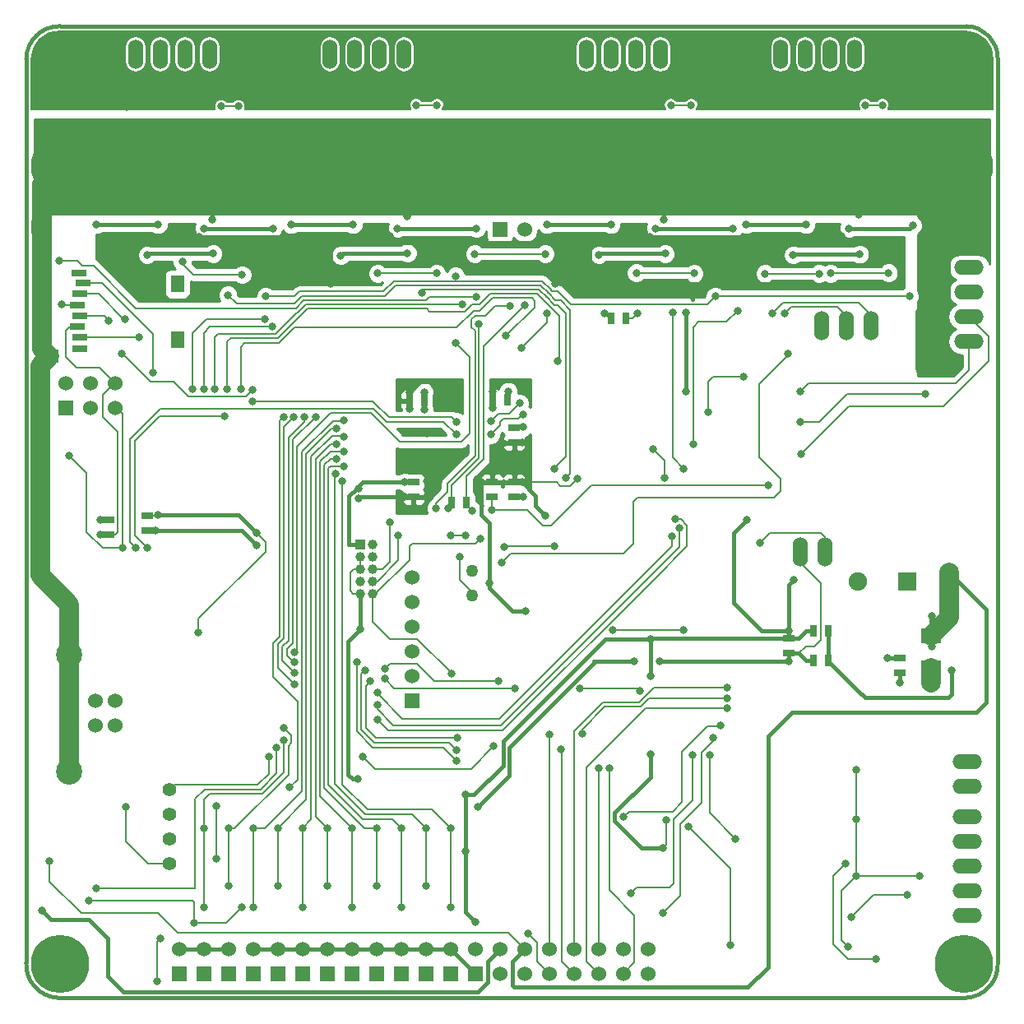
<source format=gbl>
G04 #@! TF.FileFunction,Copper,L2,Bot,Signal*
%FSLAX46Y46*%
G04 Gerber Fmt 4.6, Leading zero omitted, Abs format (unit mm)*
G04 Created by KiCad (PCBNEW no-vcs-found-product) date Tue 29 Sep 2015 08:38:25 PM CEST*
%MOMM*%
G01*
G04 APERTURE LIST*
%ADD10C,0.150000*%
%ADD11C,0.381000*%
%ADD12R,1.524000X1.524000*%
%ADD13C,1.524000*%
%ADD14R,9.700260X3.401060*%
%ADD15C,0.299720*%
%ADD16R,1.501140X0.800100*%
%ADD17R,1.399540X1.800860*%
%ADD18R,1.899920X1.399540*%
%ADD19R,1.000760X1.000760*%
%ADD20C,1.000760*%
%ADD21R,0.635000X1.143000*%
%ADD22R,1.143000X0.635000*%
%ADD23C,5.999480*%
%ADD24R,1.905000X1.905000*%
%ADD25C,1.905000*%
%ADD26C,1.270000*%
%ADD27C,1.397000*%
%ADD28R,2.032000X1.524000*%
%ADD29C,2.700020*%
%ADD30C,1.998980*%
%ADD31O,1.524000X3.048000*%
%ADD32O,3.048000X1.524000*%
%ADD33C,0.800100*%
%ADD34C,0.398780*%
%ADD35C,1.998980*%
%ADD36C,0.203200*%
%ADD37C,0.254000*%
%ADD38C,0.205740*%
G04 APERTURE END LIST*
D10*
D11*
X100012500Y-3365500D02*
X100012500Y-96456500D01*
X3556000Y0D02*
X96774000Y0D01*
X0Y-96329500D02*
X0Y-3365500D01*
X96710500Y-100012500D02*
X3238500Y-100012500D01*
X3492500Y0D02*
G75*
G03X0Y-3365500I-63500J-3429000D01*
G01*
X0Y-96393000D02*
G75*
G03X3238500Y-100012500I3429000J-190500D01*
G01*
X96710500Y-100012500D02*
G75*
G03X100012500Y-96456500I-127000J3429000D01*
G01*
X100012500Y-3365500D02*
G75*
G03X96774000Y0I-3302000J63500D01*
G01*
D12*
X46228000Y-97536000D03*
D13*
X46228000Y-94996000D03*
X48768000Y-97536000D03*
X48768000Y-94996000D03*
X51308000Y-97536000D03*
X51308000Y-94996000D03*
X53848000Y-97536000D03*
X53848000Y-94996000D03*
X56388000Y-97536000D03*
X56388000Y-94996000D03*
X58928000Y-97536000D03*
X58928000Y-94996000D03*
X61468000Y-97536000D03*
X61468000Y-94996000D03*
X64008000Y-97536000D03*
X64008000Y-94996000D03*
D14*
X82499200Y-14427200D03*
D15*
X78600300Y-15547340D03*
X80223360Y-15547340D03*
X82499200Y-15547340D03*
X81198720Y-15547340D03*
X84775040Y-15547340D03*
X83799680Y-15547340D03*
X86398100Y-15547340D03*
X86398100Y-13307060D03*
X84775040Y-13307060D03*
X83799680Y-13307060D03*
X82499200Y-13307060D03*
X81198720Y-13307060D03*
X80223360Y-13307060D03*
X78600300Y-13307060D03*
X78600300Y-14427200D03*
X80223360Y-14427200D03*
X81198720Y-14427200D03*
X82499200Y-14427200D03*
X83799680Y-14427200D03*
X84775040Y-14427200D03*
X86398100Y-14427200D03*
D14*
X35996880Y-14427200D03*
D15*
X32097980Y-15547340D03*
X33721040Y-15547340D03*
X35996880Y-15547340D03*
X34696400Y-15547340D03*
X38272720Y-15547340D03*
X37297360Y-15547340D03*
X39895780Y-15547340D03*
X39895780Y-13307060D03*
X38272720Y-13307060D03*
X37297360Y-13307060D03*
X35996880Y-13307060D03*
X34696400Y-13307060D03*
X33721040Y-13307060D03*
X32097980Y-13307060D03*
X32097980Y-14427200D03*
X33721040Y-14427200D03*
X34696400Y-14427200D03*
X35996880Y-14427200D03*
X37297360Y-14427200D03*
X38272720Y-14427200D03*
X39895780Y-14427200D03*
D14*
X62499240Y-14427200D03*
D15*
X58600340Y-15547340D03*
X60223400Y-15547340D03*
X62499240Y-15547340D03*
X61198760Y-15547340D03*
X64775080Y-15547340D03*
X63799720Y-15547340D03*
X66398140Y-15547340D03*
X66398140Y-13307060D03*
X64775080Y-13307060D03*
X63799720Y-13307060D03*
X62499240Y-13307060D03*
X61198760Y-13307060D03*
X60223400Y-13307060D03*
X58600340Y-13307060D03*
X58600340Y-14427200D03*
X60223400Y-14427200D03*
X61198760Y-14427200D03*
X62499240Y-14427200D03*
X63799720Y-14427200D03*
X64775080Y-14427200D03*
X66398140Y-14427200D03*
D14*
X15999460Y-14427200D03*
D15*
X12100560Y-15547340D03*
X13723620Y-15547340D03*
X15999460Y-15547340D03*
X14698980Y-15547340D03*
X18275300Y-15547340D03*
X17299940Y-15547340D03*
X19898360Y-15547340D03*
X19898360Y-13307060D03*
X18275300Y-13307060D03*
X17299940Y-13307060D03*
X15999460Y-13307060D03*
X14698980Y-13307060D03*
X13723620Y-13307060D03*
X12100560Y-13307060D03*
X12100560Y-14427200D03*
X13723620Y-14427200D03*
X14698980Y-14427200D03*
X15999460Y-14427200D03*
X17299940Y-14427200D03*
X18275300Y-14427200D03*
X19898360Y-14427200D03*
D16*
X5461000Y-25392380D03*
X5862320Y-26443940D03*
X5511800Y-27543760D03*
X5262880Y-28691840D03*
X5532120Y-29794200D03*
X5262880Y-30894020D03*
X5532120Y-31993840D03*
X5532120Y-33192720D03*
D17*
X15562580Y-26543000D03*
X15562580Y-32293560D03*
D18*
X1475740Y-20678140D03*
X2418080Y-33987740D03*
D19*
X34417000Y-53340000D03*
D20*
X35687000Y-53340000D03*
X34417000Y-54610000D03*
X35687000Y-54610000D03*
X34417000Y-55880000D03*
X35687000Y-55880000D03*
X34417000Y-57150000D03*
X35687000Y-57150000D03*
X34417000Y-58420000D03*
X35687000Y-58420000D03*
D21*
X43815000Y-49022000D03*
X45339000Y-49022000D03*
X49530000Y-38481000D03*
X48006000Y-38481000D03*
D22*
X39878000Y-46926500D03*
X39878000Y-48450500D03*
D21*
X82588100Y-65328800D03*
X81064100Y-65328800D03*
X81064100Y-62280800D03*
X82588100Y-62280800D03*
X61722000Y-30035500D03*
X60198000Y-30035500D03*
D22*
X89954100Y-65011300D03*
X89954100Y-66535300D03*
X78524100Y-63042800D03*
X78524100Y-64566800D03*
D23*
X49999900Y-14427200D03*
X96499680Y-14427200D03*
X3500120Y-96502220D03*
X96499680Y-96502220D03*
X3500120Y-14427200D03*
D24*
X90652600Y-57200800D03*
D25*
X85572600Y-57200800D03*
D12*
X39687500Y-69405500D03*
D13*
X39687500Y-66865500D03*
X39687500Y-64325500D03*
X39687500Y-61785500D03*
X39687500Y-59245500D03*
X39687500Y-56705500D03*
D12*
X38608000Y-97536000D03*
D13*
X38608000Y-94996000D03*
D12*
X25908000Y-97536000D03*
D13*
X25908000Y-94996000D03*
D12*
X28448000Y-97536000D03*
D13*
X28448000Y-94996000D03*
D12*
X23368000Y-97536000D03*
D13*
X23368000Y-94996000D03*
D12*
X33528000Y-97536000D03*
D13*
X33528000Y-94996000D03*
D12*
X30988000Y-97536000D03*
D13*
X30988000Y-94996000D03*
D12*
X43688000Y-97536000D03*
D13*
X43688000Y-94996000D03*
D12*
X15748000Y-97536000D03*
D13*
X15748000Y-94996000D03*
D12*
X18288000Y-97536000D03*
D13*
X18288000Y-94996000D03*
D12*
X20828000Y-97536000D03*
D13*
X20828000Y-94996000D03*
D12*
X48768000Y-20942300D03*
D13*
X51308000Y-20942300D03*
D12*
X41148000Y-97536000D03*
D13*
X41148000Y-94996000D03*
D12*
X36068000Y-97536000D03*
D13*
X36068000Y-94996000D03*
D12*
X4064000Y-39306500D03*
D13*
X4064000Y-36766500D03*
X6604000Y-39306500D03*
X6604000Y-36766500D03*
X9144000Y-39306500D03*
X9144000Y-36766500D03*
D26*
X45910500Y-58610500D03*
X45910500Y-56070500D03*
D27*
X14732000Y-86233000D03*
X14732000Y-83693000D03*
X14732000Y-81153000D03*
X14732000Y-78613000D03*
D22*
X47942500Y-48450500D03*
X47942500Y-46926500D03*
D21*
X40957500Y-38544500D03*
X39433500Y-38544500D03*
D22*
X50228500Y-48450500D03*
X50228500Y-46926500D03*
X50228500Y-41338500D03*
X50228500Y-42862500D03*
X12446000Y-50419000D03*
X12446000Y-51943000D03*
X8509000Y-50800000D03*
X8509000Y-52324000D03*
D28*
X93129100Y-62725300D03*
X93129100Y-66027300D03*
D13*
X9144000Y-72009000D03*
X9144000Y-69469000D03*
X7145020Y-69469000D03*
X7145020Y-72009000D03*
D29*
X4445000Y-76738480D03*
X4445000Y-64739520D03*
D30*
X50038000Y-18402300D03*
D31*
X77675740Y-2908300D03*
X80215740Y-2908300D03*
X82755740Y-2908300D03*
X85295740Y-2908300D03*
X31290260Y-2900680D03*
X33830260Y-2900680D03*
X36370260Y-2900680D03*
X38910260Y-2900680D03*
X57675780Y-2908300D03*
X60215780Y-2908300D03*
X62755780Y-2908300D03*
X65295780Y-2908300D03*
X11264900Y-2895600D03*
X13804900Y-2895600D03*
X16344900Y-2895600D03*
X18884900Y-2895600D03*
D32*
X97053400Y-19748500D03*
X97053400Y-22288500D03*
X97053400Y-24828500D03*
X97053400Y-27368500D03*
X97053400Y-29908500D03*
X97053400Y-32448500D03*
D31*
X81851500Y-30861000D03*
X84391500Y-30861000D03*
X86931500Y-30861000D03*
D32*
X96901000Y-81407000D03*
X96901000Y-83947000D03*
X96901000Y-86487000D03*
X96901000Y-89027000D03*
X96901000Y-91567000D03*
X96901000Y-75692000D03*
X96901000Y-78232000D03*
D31*
X79692500Y-54102000D03*
X82232500Y-54102000D03*
D33*
X16002000Y-5969000D03*
D30*
X95313500Y-7366000D03*
D33*
X93256100Y-63868300D03*
X2413000Y-85915500D03*
X10299700Y-8300720D03*
D30*
X93218000Y-5143500D03*
X95313500Y-2921000D03*
X97472500Y-2921000D03*
X93218000Y-7302500D03*
X97472500Y-7239000D03*
X97409000Y-5143500D03*
X95313500Y-5143500D03*
X91046300Y-4777740D03*
D33*
X82359500Y-6019800D03*
D30*
X90995500Y-2921000D03*
X93218000Y-2921000D03*
D33*
X89852500Y-8178800D03*
X62484000Y-6083300D03*
X30353000Y-7099300D03*
D30*
X95003620Y-56217820D03*
D33*
X76771500Y-7035800D03*
X93192600Y-60693300D03*
X69977000Y-8115300D03*
X56769000Y-7099300D03*
X36068000Y-5956300D03*
X23749000Y-8115300D03*
X44577000Y-8115300D03*
X68580000Y-27813000D03*
X62928500Y-29527500D03*
X79032100Y-57010300D03*
X62992000Y-27559000D03*
X64262000Y-63055500D03*
X78524100Y-62217300D03*
X7620000Y-50800000D03*
X10541000Y-26543000D03*
X7620000Y-22339300D03*
X74168000Y-50800000D03*
X67881500Y-37592000D03*
X67881500Y-29464000D03*
X45212000Y-84899500D03*
X46228000Y-92202000D03*
X64262000Y-66865500D03*
X64262000Y-74930000D03*
X34226500Y-47561500D03*
X65849500Y-81724500D03*
X37465000Y-21577300D03*
X54483000Y-26530300D03*
X31369000Y-26530300D03*
X27813000Y-26530300D03*
X78105000Y-26530300D03*
X58039000Y-26530300D03*
X13589000Y-50292000D03*
X49593500Y-37592000D03*
X74739500Y-26530300D03*
X83883500Y-21577300D03*
X64198500Y-21704300D03*
X17780000Y-21704300D03*
X51181000Y-41275000D03*
X17729200Y-62420500D03*
X65532000Y-84582000D03*
X40957500Y-39433500D03*
X38989000Y-46926500D03*
X51117500Y-48450500D03*
X45212000Y-79121000D03*
X23749000Y-52197000D03*
X40957500Y-37655500D03*
X6477000Y-90043000D03*
X10287000Y-80391000D03*
X46609000Y-30670500D03*
X43434000Y-49593500D03*
X1587500Y-90995500D03*
X22225000Y-90678000D03*
X17272000Y-92329000D03*
X3365500Y-24130000D03*
X46355000Y-27876500D03*
X47942500Y-49784000D03*
X76390500Y-47244000D03*
X87503000Y-96012000D03*
X84328000Y-86233000D03*
X90678000Y-89408000D03*
X84963000Y-91694000D03*
X85471000Y-87503000D03*
X85471000Y-81661000D03*
X84582000Y-94742000D03*
X85471000Y-76581000D03*
X91948000Y-87503000D03*
X7239000Y-88773000D03*
X25717500Y-74295000D03*
X26479500Y-73469500D03*
X18288000Y-90678000D03*
X18288000Y-82550000D03*
X20828000Y-82550000D03*
X26479500Y-72199500D03*
X20828000Y-88519000D03*
X42164000Y-49593500D03*
X49784000Y-28765500D03*
X54356000Y-53530500D03*
X49212500Y-53594000D03*
X60071000Y-76390500D03*
X48958500Y-55245000D03*
X78397100Y-33705800D03*
X45910500Y-49847500D03*
X43688000Y-52451000D03*
X45212000Y-52451000D03*
X51308000Y-28702000D03*
X19558000Y-80264000D03*
X19558000Y-85725000D03*
X24955500Y-75184000D03*
X57023000Y-68135500D03*
X36893500Y-67183000D03*
X50292000Y-68135500D03*
X63182500Y-68389500D03*
X12446000Y-23545800D03*
X19240500Y-23418800D03*
X42418000Y-38989000D03*
X51435000Y-60198000D03*
X5600700Y-10599420D03*
X41275000Y-41910000D03*
X88646000Y-14401800D03*
D30*
X93129100Y-67551300D03*
D33*
X34226500Y-48641000D03*
X41973500Y-36893500D03*
X78524100Y-65392300D03*
X34417000Y-62103000D03*
X66802000Y-50736500D03*
X56705500Y-46545500D03*
X79692500Y-40703500D03*
X34163000Y-77470000D03*
X73850500Y-36068000D03*
X70231000Y-39751000D03*
X92519500Y-37846000D03*
X23749000Y-53467000D03*
X65214500Y-65405000D03*
D30*
X92527120Y-35123120D03*
D33*
X62547500Y-65405000D03*
X46482000Y-80391000D03*
X53467000Y-50419000D03*
X47688500Y-57340500D03*
X36131500Y-71374000D03*
X85788500Y-23482300D03*
X78945740Y-23545800D03*
X19177000Y-19926300D03*
X76136500Y-14528800D03*
X39243000Y-23355300D03*
X32385000Y-23609300D03*
X89954100Y-67551300D03*
X56134000Y-14592300D03*
X25146000Y-17259300D03*
X65595500Y-19926300D03*
X27051000Y-9893300D03*
X44323000Y-12687300D03*
X24892000Y-11671300D03*
X39243000Y-19545300D03*
X9652000Y-14719300D03*
X70866000Y-15862300D03*
X29591000Y-14338300D03*
X48006000Y-37592000D03*
X41275000Y-46863000D03*
X70866000Y-12687300D03*
X13335000Y-51943000D03*
X39433500Y-39370000D03*
X39497000Y-37655500D03*
X38989000Y-48450500D03*
X49149000Y-42926000D03*
X46863000Y-46926500D03*
X48006000Y-39306500D03*
X51054000Y-42862500D03*
X51054000Y-46926500D03*
X44450000Y-16116300D03*
X58945780Y-23545800D03*
X73406000Y-10083800D03*
X65786000Y-23418800D03*
X53467000Y-10020300D03*
X7620000Y-52324000D03*
X85661500Y-19418300D03*
X11620500Y-32004000D03*
X10160000Y-30162500D03*
X44640500Y-54610000D03*
X95288100Y-66281300D03*
X88684100Y-65011300D03*
X75501500Y-53213000D03*
X7239000Y-20434300D03*
X13589000Y-20434300D03*
X16065500Y-24257000D03*
X22225000Y-25577800D03*
X18288000Y-20815300D03*
X25400000Y-20815300D03*
X27305000Y-20434300D03*
X33655000Y-20434300D03*
X36195000Y-25450800D03*
X42227500Y-25450800D03*
X46355000Y-20815300D03*
X38227000Y-20815300D03*
X60198000Y-20434300D03*
X53594000Y-20434300D03*
X62801500Y-25387300D03*
X68760340Y-25450800D03*
X72771000Y-20815300D03*
X64770000Y-20815300D03*
X84709000Y-20815300D03*
X91249500Y-20510500D03*
X80264000Y-20434300D03*
X74104500Y-20434300D03*
X88760300Y-25387300D03*
X82804000Y-25450800D03*
X81597500Y-25463500D03*
X76073000Y-25463500D03*
X68199000Y-82423000D03*
X72517000Y-94551500D03*
X13779500Y-93916500D03*
X13462000Y-98298000D03*
X79692500Y-37592000D03*
X79756000Y-44005500D03*
X3619500Y-28638500D03*
X46164500Y-23431500D03*
X53403500Y-23431500D03*
X44894500Y-28638500D03*
X19431000Y-37338000D03*
X40132000Y-8115300D03*
X42291000Y-8115300D03*
X66357500Y-8115300D03*
X49403000Y-31877000D03*
X22098000Y-37338000D03*
X68453000Y-8115300D03*
X58928000Y-76390500D03*
X67627500Y-62166500D03*
X68580000Y-74993500D03*
X60388500Y-62166500D03*
X62230000Y-89217500D03*
X48133000Y-74104500D03*
X27114500Y-78359000D03*
X34607500Y-75184000D03*
X26479500Y-40195500D03*
X43688000Y-90678000D03*
X32512000Y-46863000D03*
X43688000Y-82550000D03*
X31877000Y-46037500D03*
X41148000Y-88519000D03*
X41148000Y-82550000D03*
X31940500Y-42989500D03*
X30988000Y-88519000D03*
X30988000Y-82550000D03*
X32702500Y-42227500D03*
X28448000Y-82550000D03*
X28448000Y-90678000D03*
X25908000Y-88519000D03*
X31940500Y-41402000D03*
X25908000Y-82550000D03*
X32702500Y-40576500D03*
X23368000Y-82550000D03*
X23368000Y-90678000D03*
X29781500Y-40195500D03*
X44323000Y-75628500D03*
X34036000Y-65468500D03*
X27622500Y-65468500D03*
X61468000Y-81407000D03*
X71437500Y-71945500D03*
X72136000Y-68072000D03*
X57213500Y-72834500D03*
X53848000Y-72898000D03*
X72136000Y-69151500D03*
X32702500Y-45275500D03*
X38608000Y-90678000D03*
X38608000Y-82550000D03*
X31940500Y-44513500D03*
X36068000Y-82550000D03*
X36068000Y-88519000D03*
X32702500Y-43751500D03*
X33528000Y-90678000D03*
X33528000Y-82550000D03*
X20701000Y-37338000D03*
X54737000Y-34480500D03*
X88138000Y-8115300D03*
X86360000Y-8115300D03*
X25336500Y-30924500D03*
X18288000Y-37338000D03*
X21844000Y-8242300D03*
X20066000Y-8242300D03*
X70358000Y-74993500D03*
X73025000Y-83629500D03*
X44386500Y-73279000D03*
X55054500Y-74422000D03*
X35433000Y-67437000D03*
X27622500Y-67754500D03*
X27559000Y-40195500D03*
X51689000Y-93408500D03*
X44323000Y-74549000D03*
X27622500Y-66548000D03*
X28638500Y-40195500D03*
X34861500Y-66294000D03*
X55562500Y-46482000D03*
X20764500Y-27673300D03*
X40767000Y-27432000D03*
X54356000Y-45529500D03*
X67691000Y-45529500D03*
X66548000Y-29464000D03*
X73215500Y-29273500D03*
X68643500Y-42989500D03*
X65532000Y-91313000D03*
X65722500Y-46482000D03*
X64516000Y-43497500D03*
X70739000Y-73215500D03*
X72136000Y-70231000D03*
X76835000Y-29527500D03*
X23304500Y-38608000D03*
X12446000Y-53721000D03*
X20383500Y-40132000D03*
X50800000Y-38798500D03*
X47815500Y-40640000D03*
X44259500Y-40703500D03*
X8509000Y-30289500D03*
X23304500Y-37401500D03*
X9842500Y-33718500D03*
X13081000Y-35687000D03*
X38290500Y-52387500D03*
X37401500Y-51054000D03*
X78105000Y-29527500D03*
X44259500Y-42037000D03*
X47815500Y-42037000D03*
X51117500Y-39941500D03*
X11303000Y-53721000D03*
X36131500Y-68580000D03*
X66484500Y-52514500D03*
X36131500Y-69850000D03*
X67246500Y-51689000D03*
X27622500Y-64452500D03*
X44196000Y-32575500D03*
X36893500Y-66103500D03*
X48577500Y-67373500D03*
X17145000Y-37338000D03*
X44196000Y-25717500D03*
X70929500Y-27800300D03*
X90932000Y-27800300D03*
X24638000Y-27800300D03*
X24574500Y-30149800D03*
X50990500Y-33083500D03*
X53594000Y-29591000D03*
X59499500Y-29527500D03*
X43751500Y-66611500D03*
X46736000Y-52768500D03*
X4445000Y-44196000D03*
X9906000Y-53721000D03*
D34*
X16002000Y-8191500D02*
X16002000Y-8300720D01*
X16002000Y-8300720D02*
X16002000Y-8191500D01*
X16002000Y-5969000D02*
X16002000Y-8300720D01*
D35*
X95250000Y-7302500D02*
X95313500Y-7366000D01*
D34*
X42418000Y-5956300D02*
X36068000Y-5956300D01*
X93129100Y-63741300D02*
X93129100Y-62725300D01*
D36*
X44069000Y-93345000D02*
X49657000Y-93345000D01*
D34*
X50038000Y-98742500D02*
X50228500Y-98933000D01*
X50038000Y-96266000D02*
X50038000Y-98742500D01*
X51308000Y-94996000D02*
X50038000Y-96266000D01*
D36*
X49657000Y-93345000D02*
X51308000Y-94996000D01*
X44069000Y-93345000D02*
X15621000Y-93345000D01*
X15621000Y-93345000D02*
X13589000Y-91313000D01*
X13589000Y-91313000D02*
X5651500Y-91313000D01*
D34*
X89852500Y-8178800D02*
X89789000Y-8115300D01*
D36*
X5651500Y-91313000D02*
X2413000Y-88074500D01*
D34*
X89789000Y-6019800D02*
X89789000Y-8115300D01*
D36*
X2413000Y-88074500D02*
X2413000Y-85915500D01*
D34*
X50228500Y-98933000D02*
X74295000Y-98933000D01*
X18699480Y-8300720D02*
X19999960Y-7000240D01*
X18600420Y-8300720D02*
X18699480Y-8300720D01*
X23749000Y-8115300D02*
X22633940Y-7000240D01*
X16002000Y-8300720D02*
X18600420Y-8300720D01*
X19999960Y-7000240D02*
X22633940Y-7000240D01*
X10299700Y-8300720D02*
X16002000Y-8300720D01*
D35*
X95313500Y-5143500D02*
X95313500Y-5143500D01*
X95313500Y-5143500D02*
X93218000Y-5143500D01*
X93129100Y-62725300D02*
X95003620Y-60850780D01*
X93218000Y-7302500D02*
X95250000Y-7302500D01*
D36*
X45593000Y-7099300D02*
X44577000Y-8115300D01*
X56769000Y-7099300D02*
X45593000Y-7099300D01*
D34*
X98806000Y-60020200D02*
X95003620Y-56217820D01*
X98806000Y-69596000D02*
X98806000Y-60020200D01*
X97790000Y-70612000D02*
X98806000Y-69596000D01*
X78867000Y-70612000D02*
X97790000Y-70612000D01*
X76390500Y-73088500D02*
X78867000Y-70612000D01*
X76390500Y-96837500D02*
X76390500Y-73088500D01*
X74295000Y-98933000D02*
X76390500Y-96837500D01*
D35*
X97472500Y-7239000D02*
X97409000Y-7175500D01*
X97409000Y-7175500D02*
X97409000Y-5143500D01*
X91046300Y-4777740D02*
X90995500Y-4726940D01*
X90995500Y-4726940D02*
X90995500Y-2921000D01*
D34*
X76771500Y-7035800D02*
X77787500Y-6019800D01*
X82359500Y-6019800D02*
X89789000Y-6019800D01*
X69977000Y-8115300D02*
X67945000Y-6083300D01*
X67945000Y-6083300D02*
X62484000Y-6083300D01*
D35*
X93218000Y-2921000D02*
X95313500Y-2921000D01*
D36*
X36068000Y-5956300D02*
X34925000Y-7099300D01*
X34925000Y-7099300D02*
X30353000Y-7099300D01*
D34*
X77787500Y-6019800D02*
X82359500Y-6019800D01*
D35*
X95003620Y-60850780D02*
X95003620Y-56217820D01*
D34*
X76771500Y-7035800D02*
X75692000Y-8115300D01*
X75692000Y-8115300D02*
X69977000Y-8115300D01*
X93192600Y-60693300D02*
X93129100Y-60756800D01*
X93129100Y-60756800D02*
X93129100Y-62725300D01*
X57785000Y-6083300D02*
X56769000Y-7099300D01*
X30353000Y-7099300D02*
X29972000Y-6718300D01*
X62484000Y-6083300D02*
X57785000Y-6083300D01*
X23749000Y-6718300D02*
X25781000Y-6718300D01*
X29972000Y-6718300D02*
X25781000Y-6718300D01*
X23749000Y-8115300D02*
X23749000Y-6718300D01*
X44577000Y-8115300D02*
X42418000Y-5956300D01*
X93129100Y-62725300D02*
X93192600Y-62661800D01*
X93256100Y-63868300D02*
X93129100Y-63741300D01*
D36*
X13462000Y-50419000D02*
X12446000Y-50419000D01*
D34*
X10541000Y-22339300D02*
X7620000Y-22339300D01*
X31369000Y-21704300D02*
X21082000Y-21704300D01*
X33210500Y-52260500D02*
X33210500Y-53340000D01*
X33210500Y-48387000D02*
X34036000Y-47561500D01*
X33210500Y-52260500D02*
X33210500Y-48387000D01*
X34323020Y-47274480D02*
X34036000Y-47561500D01*
X33210500Y-53340000D02*
X34417000Y-53340000D01*
X78524100Y-62217300D02*
X78524100Y-57518300D01*
X78524100Y-57518300D02*
X79032100Y-57010300D01*
X81064100Y-62280800D02*
X80302100Y-62280800D01*
X79540100Y-63042800D02*
X78524100Y-63042800D01*
D36*
X61722000Y-30035500D02*
X62420500Y-30035500D01*
X62992000Y-27559000D02*
X62992000Y-26530300D01*
D34*
X78524100Y-63042800D02*
X73698100Y-63042800D01*
X64262000Y-63055500D02*
X64274700Y-63042800D01*
X64274700Y-63042800D02*
X73698100Y-63042800D01*
X34417000Y-53340000D02*
X34290000Y-53340000D01*
D36*
X62420500Y-30035500D02*
X62928500Y-29527500D01*
X62992000Y-26530300D02*
X62992000Y-26543000D01*
X62992000Y-26543000D02*
X62992000Y-26530300D01*
D34*
X80302100Y-62280800D02*
X79540100Y-63042800D01*
X57975500Y-22275800D02*
X58039000Y-22275800D01*
X78524100Y-62217300D02*
X78524100Y-63042800D01*
X59055000Y-21767800D02*
X58166000Y-21767800D01*
X34671000Y-46926500D02*
X38989000Y-46926500D01*
X31369000Y-21704300D02*
X37338000Y-21704300D01*
X37338000Y-21704300D02*
X37465000Y-21577300D01*
X31369000Y-21704300D02*
X31369000Y-22085300D01*
X31369000Y-22085300D02*
X31369000Y-22974300D01*
X31369000Y-22974300D02*
X31369000Y-26530300D01*
X21082000Y-21704300D02*
X17780000Y-21704300D01*
X58039000Y-22275800D02*
X38163500Y-22275800D01*
X38163500Y-22275800D02*
X37465000Y-21577300D01*
X58039000Y-22275800D02*
X57975500Y-22275800D01*
X34323020Y-47274480D02*
X34671000Y-46926500D01*
X64135000Y-21767800D02*
X59055000Y-21767800D01*
D36*
X64198500Y-21704300D02*
X64135000Y-21767800D01*
D34*
X58039000Y-22783800D02*
X58039000Y-26530300D01*
X58039000Y-21894800D02*
X58039000Y-22275800D01*
X58039000Y-22275800D02*
X58039000Y-22783800D01*
X58166000Y-21767800D02*
X58039000Y-21894800D01*
X78105000Y-21704300D02*
X64198500Y-21704300D01*
X79184500Y-21704300D02*
X78105000Y-21704300D01*
X83883500Y-21577300D02*
X83756500Y-21704300D01*
X83756500Y-21704300D02*
X79184500Y-21704300D01*
X78105000Y-21704300D02*
X78105000Y-22783800D01*
D36*
X7620000Y-50800000D02*
X8509000Y-50800000D01*
D34*
X78524100Y-62217300D02*
X75679300Y-62217300D01*
X72834500Y-59372500D02*
X72834500Y-52133500D01*
D36*
X10541000Y-25844500D02*
X10477500Y-25844500D01*
X10477500Y-25844500D02*
X10541000Y-25844500D01*
D34*
X75679300Y-62217300D02*
X72834500Y-59372500D01*
D36*
X68580000Y-27813000D02*
X68580000Y-28117800D01*
D34*
X68580000Y-28117800D02*
X68580000Y-26530300D01*
X67881500Y-29464000D02*
X67881500Y-37592000D01*
D36*
X10541000Y-26543000D02*
X7620000Y-23622000D01*
X7620000Y-23622000D02*
X7620000Y-22339300D01*
X10541000Y-26543000D02*
X10541000Y-25844500D01*
D34*
X72834500Y-52133500D02*
X74168000Y-50800000D01*
X45212000Y-91186000D02*
X45212000Y-84899500D01*
X46228000Y-92202000D02*
X45212000Y-91186000D01*
D36*
X65849500Y-84264500D02*
X65532000Y-84582000D01*
X65849500Y-81724500D02*
X65849500Y-84264500D01*
D34*
X49085500Y-73596500D02*
X49085500Y-76136500D01*
X64262000Y-63055500D02*
X64262000Y-66865500D01*
X34226500Y-47561500D02*
X34323020Y-47464980D01*
X34323020Y-47274480D02*
X34323020Y-47464980D01*
X46101000Y-79121000D02*
X45212000Y-79121000D01*
X49085500Y-76136500D02*
X46101000Y-79121000D01*
X49466500Y-73215500D02*
X49085500Y-73596500D01*
X49466500Y-73215500D02*
X59626500Y-63055500D01*
X64262000Y-63055500D02*
X59626500Y-63055500D01*
D36*
X58039000Y-26530300D02*
X56007000Y-26530300D01*
D34*
X10541000Y-26530300D02*
X10541000Y-25844500D01*
X10541000Y-25844500D02*
X10541000Y-22339300D01*
X10541000Y-22339300D02*
X10541000Y-22085300D01*
X10922000Y-21704300D02*
X17780000Y-21704300D01*
X10541000Y-22085300D02*
X10922000Y-21704300D01*
X68580000Y-26530300D02*
X78105000Y-26530300D01*
D36*
X56007000Y-26530300D02*
X54483000Y-26530300D01*
D34*
X10541000Y-22339300D02*
X10414000Y-22339300D01*
X10414000Y-22339300D02*
X10541000Y-22339300D01*
X27813000Y-26530300D02*
X31369000Y-26530300D01*
X60579000Y-80962500D02*
X60579000Y-81788000D01*
D36*
X17780000Y-21704300D02*
X17653000Y-21831300D01*
D34*
X64262000Y-77279500D02*
X60579000Y-80962500D01*
X58039000Y-26530300D02*
X62992000Y-26530300D01*
X62992000Y-26530300D02*
X68580000Y-26530300D01*
D36*
X49530000Y-37655500D02*
X49530000Y-38481000D01*
X49593500Y-37592000D02*
X49530000Y-37655500D01*
X40957500Y-37655500D02*
X40957500Y-38544500D01*
X74739500Y-26530300D02*
X78105000Y-26530300D01*
X13589000Y-50292000D02*
X13462000Y-50419000D01*
X17729200Y-61010800D02*
X17729200Y-62420500D01*
X17729200Y-61010800D02*
X24638000Y-54102000D01*
X24638000Y-54102000D02*
X24638000Y-53086000D01*
X23749000Y-52197000D02*
X24638000Y-53086000D01*
D34*
X63373000Y-84582000D02*
X65532000Y-84582000D01*
X60579000Y-81788000D02*
X63373000Y-84582000D01*
X64262000Y-74930000D02*
X64262000Y-77279500D01*
X21844000Y-50292000D02*
X13589000Y-50292000D01*
X23749000Y-52197000D02*
X21844000Y-50292000D01*
D36*
X40957500Y-39433500D02*
X40957500Y-38544500D01*
X38989000Y-46926500D02*
X39878000Y-46926500D01*
X51117500Y-48450500D02*
X50228500Y-48450500D01*
D34*
X45212000Y-84899500D02*
X45212000Y-79121000D01*
D36*
X51181000Y-41275000D02*
X51117500Y-41338500D01*
X51117500Y-41338500D02*
X50228500Y-41338500D01*
X34417000Y-53340000D02*
X34383980Y-53340000D01*
D34*
X8382000Y-93916500D02*
X6413500Y-91948000D01*
D36*
X17272000Y-90170000D02*
X17272000Y-92329000D01*
X17145000Y-90043000D02*
X17272000Y-90170000D01*
X43815000Y-49212500D02*
X43434000Y-49593500D01*
X14732000Y-86233000D02*
X12573000Y-86233000D01*
X6477000Y-90043000D02*
X17145000Y-90043000D01*
X46609000Y-30670500D02*
X46609000Y-32321500D01*
X10287000Y-83947000D02*
X10287000Y-80391000D01*
D34*
X10033000Y-99441000D02*
X8382000Y-97790000D01*
X2540000Y-91948000D02*
X1587500Y-90995500D01*
D36*
X43815000Y-49022000D02*
X43815000Y-47233840D01*
X46609000Y-44439840D02*
X46609000Y-32321500D01*
D34*
X48768000Y-94996000D02*
X47498000Y-96266000D01*
D36*
X20574000Y-92329000D02*
X17272000Y-92329000D01*
D34*
X8382000Y-97790000D02*
X8382000Y-93916500D01*
D36*
X12573000Y-86233000D02*
X10287000Y-83947000D01*
D34*
X47498000Y-96266000D02*
X47498000Y-98425000D01*
X46482000Y-99441000D02*
X10033000Y-99441000D01*
X47498000Y-98425000D02*
X46482000Y-99441000D01*
D36*
X43815000Y-47233840D02*
X46609000Y-44439840D01*
X43815000Y-49022000D02*
X43815000Y-49212500D01*
D34*
X6413500Y-91948000D02*
X2540000Y-91948000D01*
D36*
X22225000Y-90678000D02*
X20574000Y-92329000D01*
X5270500Y-24130000D02*
X3365500Y-24130000D01*
X41465500Y-27876500D02*
X41148000Y-28194000D01*
X5778500Y-24638000D02*
X5715000Y-24574500D01*
X5715000Y-24574500D02*
X5270500Y-24130000D01*
X46355000Y-27876500D02*
X41465500Y-27876500D01*
X41148000Y-28194000D02*
X28575000Y-28194000D01*
X6921500Y-24638000D02*
X5778500Y-24638000D01*
X28575000Y-28194000D02*
X27749500Y-29019500D01*
X27749500Y-29019500D02*
X11303000Y-29019500D01*
X11303000Y-29019500D02*
X6921500Y-24638000D01*
X47942500Y-49784000D02*
X51562000Y-49784000D01*
X53149500Y-51371500D02*
X54038500Y-51371500D01*
X69342000Y-47244000D02*
X69405500Y-47244000D01*
X76390500Y-47244000D02*
X69342000Y-47244000D01*
X47942500Y-48450500D02*
X47942500Y-49784000D01*
X54038500Y-51371500D02*
X58166000Y-47244000D01*
X58166000Y-47244000D02*
X62230000Y-47244000D01*
X51562000Y-49784000D02*
X53149500Y-51371500D01*
X62103000Y-47244000D02*
X62230000Y-47244000D01*
X62230000Y-47244000D02*
X69405500Y-47244000D01*
X84582000Y-96012000D02*
X83058000Y-94488000D01*
X87503000Y-96012000D02*
X84582000Y-96012000D01*
X83058000Y-94488000D02*
X83058000Y-87503000D01*
X83058000Y-87503000D02*
X84328000Y-86233000D01*
X87249000Y-89408000D02*
X90678000Y-89408000D01*
X84963000Y-91694000D02*
X87249000Y-89408000D01*
X85471000Y-81661000D02*
X85471000Y-76581000D01*
X85471000Y-87503000D02*
X85471000Y-81661000D01*
X91948000Y-87503000D02*
X85471000Y-87503000D01*
X83947000Y-89027000D02*
X85471000Y-87503000D01*
X83947000Y-94107000D02*
X83947000Y-89027000D01*
X84582000Y-94742000D02*
X83947000Y-94107000D01*
X18351500Y-78549500D02*
X17399000Y-79502000D01*
X24130000Y-78549500D02*
X18351500Y-78549500D01*
X25781000Y-76898500D02*
X24130000Y-78549500D01*
X25781000Y-74358500D02*
X25781000Y-76898500D01*
X25717500Y-74295000D02*
X25781000Y-74358500D01*
X17399000Y-79502000D02*
X17399000Y-88773000D01*
X17399000Y-88773000D02*
X7239000Y-88773000D01*
X26479500Y-73469500D02*
X26479500Y-76835000D01*
X26479500Y-76835000D02*
X24320500Y-78994000D01*
X24320500Y-78994000D02*
X18923000Y-78994000D01*
X18923000Y-78994000D02*
X18288000Y-79629000D01*
X18288000Y-79629000D02*
X18288000Y-82550000D01*
X18288000Y-90678000D02*
X18288000Y-82550000D01*
X21463000Y-82550000D02*
X20828000Y-82550000D01*
X27305000Y-73787000D02*
X27305000Y-73025000D01*
X26987500Y-77025500D02*
X26987500Y-74104500D01*
X26987500Y-74104500D02*
X27305000Y-73787000D01*
X27305000Y-73025000D02*
X26479500Y-72199500D01*
X20828000Y-88519000D02*
X20828000Y-82550000D01*
X21463000Y-82550000D02*
X26987500Y-77025500D01*
X43370500Y-47942500D02*
X43370500Y-47053500D01*
X43370500Y-47053500D02*
X46197520Y-44226480D01*
X46197520Y-44226480D02*
X46197520Y-32097980D01*
X45847000Y-30353000D02*
X45847000Y-30162500D01*
X45847000Y-30988000D02*
X45847000Y-30353000D01*
X46197520Y-31338520D02*
X45847000Y-30988000D01*
X46197520Y-32097980D02*
X46197520Y-31338520D01*
X45847000Y-30162500D02*
X46228000Y-29781500D01*
X42164000Y-49149000D02*
X43370500Y-47942500D01*
X42164000Y-49593500D02*
X42164000Y-49149000D01*
X46228000Y-29781500D02*
X47244000Y-29781500D01*
X47244000Y-29781500D02*
X48260000Y-28765500D01*
X48260000Y-28765500D02*
X49784000Y-28765500D01*
X62611000Y-96393000D02*
X61468000Y-97536000D01*
X49276000Y-53530500D02*
X54356000Y-53530500D01*
X60007500Y-76454000D02*
X60007500Y-88900000D01*
X62611000Y-91503500D02*
X62611000Y-96393000D01*
X60071000Y-76390500D02*
X60007500Y-76454000D01*
X60007500Y-88900000D02*
X62611000Y-91503500D01*
X49212500Y-53594000D02*
X49276000Y-53530500D01*
X62484000Y-53276500D02*
X61468000Y-54292500D01*
X69723000Y-48514000D02*
X62928500Y-48514000D01*
X49911000Y-54292500D02*
X61468000Y-54292500D01*
X48958500Y-55245000D02*
X49911000Y-54292500D01*
X78397100Y-33705800D02*
X78397100Y-33870900D01*
X62928500Y-48514000D02*
X62484000Y-48958500D01*
X62484000Y-48958500D02*
X62484000Y-53276500D01*
X75438000Y-36830000D02*
X75438000Y-44386500D01*
X78397100Y-33870900D02*
X75438000Y-36830000D01*
X77660500Y-46609000D02*
X77660500Y-47815500D01*
X77660500Y-47815500D02*
X76962000Y-48514000D01*
X75438000Y-44386500D02*
X77660500Y-46609000D01*
X76962000Y-48514000D02*
X69723000Y-48514000D01*
X45910500Y-49847500D02*
X45339000Y-49276000D01*
X45212000Y-52451000D02*
X43688000Y-52451000D01*
X45339000Y-49276000D02*
X45339000Y-49022000D01*
X47053500Y-32956500D02*
X51308000Y-28702000D01*
X15240000Y-78105000D02*
X14732000Y-78613000D01*
X47053500Y-33020000D02*
X47053500Y-32956500D01*
X47053500Y-44577000D02*
X47053500Y-33020000D01*
X45339000Y-46291500D02*
X47053500Y-44577000D01*
X23812500Y-78105000D02*
X15240000Y-78105000D01*
X19558000Y-85725000D02*
X19558000Y-80264000D01*
D34*
X18288000Y-94996000D02*
X20828000Y-94996000D01*
X15748000Y-94996000D02*
X18288000Y-94996000D01*
D36*
X45339000Y-49022000D02*
X45339000Y-46291500D01*
X24955500Y-75184000D02*
X24955500Y-76962000D01*
X24955500Y-76962000D02*
X23812500Y-78105000D01*
X57023000Y-68135500D02*
X62928500Y-68135500D01*
X62928500Y-68135500D02*
X63182500Y-68389500D01*
X36893500Y-67183000D02*
X37846000Y-68135500D01*
X50292000Y-68135500D02*
X37846000Y-68135500D01*
X1475740Y-23581360D02*
X1656080Y-23761700D01*
D34*
X47688500Y-55753000D02*
X47688500Y-51117500D01*
D36*
X46736000Y-47053500D02*
X46863000Y-46926500D01*
X1475740Y-23078440D02*
X1475740Y-23581360D01*
D34*
X47688500Y-57848500D02*
X50038000Y-60198000D01*
X46863000Y-46926500D02*
X46863000Y-50292000D01*
X47688500Y-51117500D02*
X46863000Y-50292000D01*
X50038000Y-60198000D02*
X51435000Y-60198000D01*
D36*
X41973500Y-38544500D02*
X41973500Y-36893500D01*
D34*
X47688500Y-56705500D02*
X47688500Y-57848500D01*
D36*
X37274500Y-72517000D02*
X36131500Y-71374000D01*
X51054000Y-46926500D02*
X53975000Y-46926500D01*
X68008500Y-53530500D02*
X64579500Y-56959500D01*
X33337500Y-58102500D02*
X33655000Y-58420000D01*
D34*
X12446000Y-23545800D02*
X12573000Y-23418800D01*
D36*
X33845500Y-55880000D02*
X33718500Y-55880000D01*
X2418080Y-33987740D02*
X2418080Y-33787080D01*
D34*
X47688500Y-55753000D02*
X47688500Y-56705500D01*
D36*
X33337500Y-56261000D02*
X33337500Y-58102500D01*
X33718500Y-55880000D02*
X33337500Y-56261000D01*
X34417000Y-55880000D02*
X33845500Y-55880000D01*
X33655000Y-58420000D02*
X34417000Y-58420000D01*
D34*
X62547500Y-65405000D02*
X58420000Y-65405000D01*
D36*
X79692500Y-55245000D02*
X81788000Y-57340500D01*
D34*
X58420000Y-65532000D02*
X49720500Y-74231500D01*
D36*
X81153000Y-63817500D02*
X80289400Y-63817500D01*
X81788000Y-63182500D02*
X81153000Y-63817500D01*
D35*
X3500120Y-14427200D02*
X5600700Y-10599420D01*
X97053400Y-19748500D02*
X96499680Y-19194780D01*
X97053400Y-22288500D02*
X97053400Y-19748500D01*
D36*
X64579500Y-56959500D02*
X49022000Y-72517000D01*
D35*
X96499680Y-19194780D02*
X96499680Y-14427200D01*
D34*
X53467000Y-50419000D02*
X52451000Y-49403000D01*
D36*
X42418000Y-38989000D02*
X41973500Y-38544500D01*
D34*
X12573000Y-23418800D02*
X19240500Y-23418800D01*
X25908000Y-94996000D02*
X23368000Y-94996000D01*
D35*
X4445000Y-76738480D02*
X4445000Y-64739520D01*
D36*
X67373500Y-50736500D02*
X68008500Y-51371500D01*
X81788000Y-57340500D02*
X81788000Y-63182500D01*
X80289400Y-63817500D02*
X79540100Y-64566800D01*
D34*
X47688500Y-57340500D02*
X47688500Y-56705500D01*
D35*
X1460500Y-34945320D02*
X2418080Y-33987740D01*
D36*
X34417000Y-55880000D02*
X34417000Y-54610000D01*
D35*
X1656080Y-16271240D02*
X3500120Y-14427200D01*
X1656080Y-23761700D02*
X1656080Y-16271240D01*
X96499680Y-14427200D02*
X96499680Y-17025620D01*
D34*
X88671400Y-14427200D02*
X88646000Y-14401800D01*
X96499680Y-14427200D02*
X88671400Y-14427200D01*
D35*
X1460500Y-56515000D02*
X1460500Y-34945320D01*
D34*
X46228000Y-97536000D02*
X43688000Y-94996000D01*
D35*
X4445000Y-59499500D02*
X1460500Y-56515000D01*
X2418080Y-33987740D02*
X1656080Y-33225740D01*
D34*
X41656000Y-36576000D02*
X40576500Y-36576000D01*
X41973500Y-36893500D02*
X41656000Y-36576000D01*
X34226500Y-48641000D02*
X34417000Y-48450500D01*
X40576500Y-36576000D02*
X39497000Y-37655500D01*
X49022000Y-47307500D02*
X49022000Y-46926500D01*
X34417000Y-48450500D02*
X38989000Y-48450500D01*
X79540100Y-64566800D02*
X80302100Y-65328800D01*
X78524100Y-64566800D02*
X79540100Y-64566800D01*
X80302100Y-65328800D02*
X81064100Y-65328800D01*
D35*
X93129100Y-67551300D02*
X93129100Y-66027300D01*
D34*
X78524100Y-65392300D02*
X78524100Y-64566800D01*
D36*
X4064000Y-34036000D02*
X5207000Y-35179000D01*
X4064000Y-31305500D02*
X4064000Y-34036000D01*
X4064000Y-31305500D02*
X4475480Y-30894020D01*
X1899920Y-33469580D02*
X1656080Y-33469580D01*
X2418080Y-33987740D02*
X1899920Y-33469580D01*
X1475740Y-16451580D02*
X3500120Y-14427200D01*
X1475740Y-20678140D02*
X1475740Y-16451580D01*
X4475480Y-30894020D02*
X5262880Y-30894020D01*
X9144000Y-36766500D02*
X7556500Y-35179000D01*
X5207000Y-35179000D02*
X7556500Y-35179000D01*
D34*
X33591500Y-77470000D02*
X33147000Y-77025500D01*
D35*
X95707200Y-22288500D02*
X94157800Y-23837900D01*
X4445000Y-64739520D02*
X4445000Y-59499500D01*
X1656080Y-33225740D02*
X1656080Y-23761700D01*
D34*
X49720500Y-77152500D02*
X46482000Y-80391000D01*
D36*
X66802000Y-50736500D02*
X67373500Y-50736500D01*
X84518500Y-37846000D02*
X92519500Y-37846000D01*
X70167500Y-39687500D02*
X70167500Y-36576000D01*
X70167500Y-36576000D02*
X70675500Y-36068000D01*
X70231000Y-39751000D02*
X70167500Y-39687500D01*
X73850500Y-36068000D02*
X70675500Y-36068000D01*
D34*
X33147000Y-63373000D02*
X34417000Y-62103000D01*
D36*
X54610000Y-46926500D02*
X54991000Y-47307500D01*
D34*
X34163000Y-77470000D02*
X33591500Y-77470000D01*
D36*
X55943500Y-47307500D02*
X56705500Y-46545500D01*
X54991000Y-47307500D02*
X55943500Y-47307500D01*
X79692500Y-40703500D02*
X81661000Y-40703500D01*
X81661000Y-40703500D02*
X84518500Y-37846000D01*
D34*
X46545500Y-80327500D02*
X46482000Y-80391000D01*
X22225000Y-51943000D02*
X13335000Y-51943000D01*
D35*
X97053400Y-22288500D02*
X95707200Y-22288500D01*
X92583000Y-32854900D02*
X92532200Y-32905700D01*
X92583000Y-29603700D02*
X92583000Y-32854900D01*
X94157800Y-28028900D02*
X92583000Y-29603700D01*
X94157800Y-23837900D02*
X94157800Y-28028900D01*
X92532200Y-35118040D02*
X92527120Y-35123120D01*
D34*
X65227200Y-65392300D02*
X65214500Y-65405000D01*
X78524100Y-65392300D02*
X65227200Y-65392300D01*
D36*
X68008500Y-51371500D02*
X68008500Y-53530500D01*
D34*
X58420000Y-65405000D02*
X58420000Y-65532000D01*
X49720500Y-74231500D02*
X49720500Y-77152500D01*
D36*
X53975000Y-46926500D02*
X54610000Y-46926500D01*
D34*
X23749000Y-53467000D02*
X22225000Y-51943000D01*
X33147000Y-77025500D02*
X33147000Y-63373000D01*
X52451000Y-48323500D02*
X51054000Y-46926500D01*
X52451000Y-49403000D02*
X52451000Y-48323500D01*
D36*
X79692500Y-54102000D02*
X79692500Y-55245000D01*
D35*
X92532200Y-32905700D02*
X92532200Y-35118040D01*
D36*
X49022000Y-72517000D02*
X37274500Y-72517000D01*
X56299100Y-14427200D02*
X56134000Y-14592300D01*
D34*
X29298900Y-14427200D02*
X29210000Y-14338300D01*
D36*
X49911000Y-42862500D02*
X50228500Y-42862500D01*
D34*
X9652000Y-14338300D02*
X9652000Y-14427200D01*
X73406000Y-10083800D02*
X73406000Y-14427200D01*
X9652000Y-14719300D02*
X9652000Y-14427200D01*
X75793600Y-14427200D02*
X75755500Y-14465300D01*
X44450000Y-16116300D02*
X44323000Y-15989300D01*
X79009240Y-23482300D02*
X85788500Y-23482300D01*
D36*
X32385000Y-23609300D02*
X32639000Y-23355300D01*
D34*
X32639000Y-23355300D02*
X39243000Y-23355300D01*
X38608000Y-94996000D02*
X41148000Y-94996000D01*
X33528000Y-94996000D02*
X36068000Y-94996000D01*
X30988000Y-94996000D02*
X33528000Y-94996000D01*
X25908000Y-94996000D02*
X28448000Y-94996000D01*
X89954100Y-66535300D02*
X89954100Y-67551300D01*
X41148000Y-94996000D02*
X43688000Y-94996000D01*
X36068000Y-94996000D02*
X38608000Y-94996000D01*
X28448000Y-94996000D02*
X30988000Y-94996000D01*
X6985000Y-14427200D02*
X9652000Y-14427200D01*
X24892000Y-14427200D02*
X24892000Y-14592300D01*
D36*
X65595500Y-19100800D02*
X62499240Y-16004540D01*
D34*
X25146000Y-17259300D02*
X24892000Y-17005300D01*
X15999460Y-15732760D02*
X15999460Y-14427200D01*
X24892000Y-17005300D02*
X24892000Y-14427200D01*
X62499240Y-14427200D02*
X70866000Y-14427200D01*
X53467000Y-14427200D02*
X56896000Y-14427200D01*
X27051000Y-14427200D02*
X29210000Y-14427200D01*
X73406000Y-14427200D02*
X75755500Y-14427200D01*
X75755500Y-14427200D02*
X82499200Y-14427200D01*
X15999460Y-14427200D02*
X24892000Y-14427200D01*
X29210000Y-14427200D02*
X35996880Y-14427200D01*
X70866000Y-14427200D02*
X73406000Y-14427200D01*
X24892000Y-14427200D02*
X27051000Y-14427200D01*
X56896000Y-14427200D02*
X62499240Y-14427200D01*
X9652000Y-14427200D02*
X15999460Y-14427200D01*
X49999900Y-14427200D02*
X53467000Y-14427200D01*
X24892000Y-14592300D02*
X24892000Y-14427200D01*
X35996880Y-14427200D02*
X44323000Y-14427200D01*
X24892000Y-11671300D02*
X24892000Y-14427200D01*
X44323000Y-14427200D02*
X49999900Y-14427200D01*
X29210000Y-14338300D02*
X29210000Y-14427200D01*
X44323000Y-14338300D02*
X44323000Y-14427200D01*
X3500120Y-14427200D02*
X6985000Y-14427200D01*
D36*
X35996880Y-16299180D02*
X35996880Y-14427200D01*
D34*
X19177000Y-19926300D02*
X19177000Y-18910300D01*
X19177000Y-18910300D02*
X15999460Y-15732760D01*
X56134000Y-14592300D02*
X56299100Y-14427200D01*
X9652000Y-14427200D02*
X9652000Y-14338300D01*
X70866000Y-14427200D02*
X70866000Y-14465300D01*
X27051000Y-14465300D02*
X27051000Y-14427200D01*
X29502100Y-14427200D02*
X29298900Y-14427200D01*
D36*
X48006000Y-38481000D02*
X48006000Y-37592000D01*
D34*
X41275000Y-48133000D02*
X40957500Y-48450500D01*
X41275000Y-46863000D02*
X41275000Y-48133000D01*
D36*
X51054000Y-42862500D02*
X50228500Y-42862500D01*
X51054000Y-46926500D02*
X50228500Y-46926500D01*
D34*
X49085500Y-46926500D02*
X50228500Y-46926500D01*
X65595500Y-19926300D02*
X65595500Y-19100800D01*
X56299100Y-14427200D02*
X56857900Y-14427200D01*
X70866000Y-14465300D02*
X70866000Y-14427200D01*
X70866000Y-15862300D02*
X70866000Y-14427200D01*
D36*
X56299100Y-14427200D02*
X56134000Y-14592300D01*
X39433500Y-37719000D02*
X39497000Y-37655500D01*
D34*
X49212500Y-42862500D02*
X50228500Y-42862500D01*
D36*
X39433500Y-38544500D02*
X39433500Y-37719000D01*
X39433500Y-38544500D02*
X39433500Y-39370000D01*
D34*
X47942500Y-46926500D02*
X49022000Y-46926500D01*
D36*
X39878000Y-48450500D02*
X38989000Y-48450500D01*
X9398000Y-52070000D02*
X9144000Y-52324000D01*
X9144000Y-36766500D02*
X9080500Y-36766500D01*
D34*
X49022000Y-46926500D02*
X49085500Y-46926500D01*
D36*
X62499240Y-16004540D02*
X62499240Y-14427200D01*
X39497000Y-37655500D02*
X39560500Y-37655500D01*
D34*
X50228500Y-42862500D02*
X50228500Y-46926500D01*
X47942500Y-46926500D02*
X46863000Y-46926500D01*
D36*
X49149000Y-42926000D02*
X49212500Y-42862500D01*
X48006000Y-38481000D02*
X48006000Y-39306500D01*
D34*
X40957500Y-48450500D02*
X39878000Y-48450500D01*
D36*
X13335000Y-51943000D02*
X12446000Y-51943000D01*
D34*
X27051000Y-9893300D02*
X27051000Y-14427200D01*
X44323000Y-14427200D02*
X44323000Y-14338300D01*
X44323000Y-12687300D02*
X44323000Y-14427200D01*
X44323000Y-15989300D02*
X44323000Y-14427200D01*
D36*
X9144000Y-52324000D02*
X8509000Y-52324000D01*
D34*
X79009240Y-23482300D02*
X78945740Y-23545800D01*
X73406000Y-14465300D02*
X73406000Y-14427200D01*
X73406000Y-14427200D02*
X73406000Y-14465300D01*
D36*
X59072780Y-23418800D02*
X58945780Y-23545800D01*
D34*
X59072780Y-23418800D02*
X65786000Y-23418800D01*
D36*
X82499200Y-14427200D02*
X96499680Y-14427200D01*
D34*
X76034900Y-14427200D02*
X75793600Y-14427200D01*
D36*
X62499240Y-14427200D02*
X56299100Y-14427200D01*
D34*
X53467000Y-10020300D02*
X53467000Y-14427200D01*
X70866000Y-14465300D02*
X70866000Y-12687300D01*
X53467000Y-14465300D02*
X53467000Y-14427200D01*
X53467000Y-14427200D02*
X53467000Y-14465300D01*
D36*
X7874000Y-37973000D02*
X7874000Y-40259000D01*
X9398000Y-41783000D02*
X9398000Y-52070000D01*
D34*
X27051000Y-14427200D02*
X27051000Y-14465300D01*
X34417000Y-62103000D02*
X34417000Y-58420000D01*
X29591000Y-14338300D02*
X29502100Y-14427200D01*
D36*
X9080500Y-36766500D02*
X7874000Y-37973000D01*
X7874000Y-40259000D02*
X9398000Y-41783000D01*
X34417000Y-59372500D02*
X34417000Y-58420000D01*
D34*
X76136500Y-14528800D02*
X76034900Y-14427200D01*
X75755500Y-14465300D02*
X75755500Y-14427200D01*
D36*
X7620000Y-52324000D02*
X8509000Y-52324000D01*
X39243000Y-19545300D02*
X35996880Y-16299180D01*
D34*
X85661500Y-16243300D02*
X83845400Y-14427200D01*
X85661500Y-19418300D02*
X85661500Y-16243300D01*
X83845400Y-14427200D02*
X82499200Y-14427200D01*
D36*
X11610340Y-31993840D02*
X5532120Y-31993840D01*
X11620500Y-32004000D02*
X11610340Y-31993840D01*
X5527040Y-27559000D02*
X5511800Y-27543760D01*
X7429500Y-27559000D02*
X5527040Y-27559000D01*
X10033000Y-30162500D02*
X7429500Y-27559000D01*
X10160000Y-30162500D02*
X10033000Y-30162500D01*
X45910500Y-58293000D02*
X45910500Y-58610500D01*
X44640500Y-54610000D02*
X44640500Y-57023000D01*
X44640500Y-57023000D02*
X45910500Y-58293000D01*
D34*
X82588100Y-65392300D02*
X85636100Y-68440300D01*
X95288100Y-68757800D02*
X94907100Y-69138800D01*
X86334600Y-69138800D02*
X85636100Y-68440300D01*
X94907100Y-69138800D02*
X86334600Y-69138800D01*
X82588100Y-62280800D02*
X82588100Y-65328800D01*
X82588100Y-65328800D02*
X82588100Y-65392300D01*
X95288100Y-66281300D02*
X95288100Y-68757800D01*
X88684100Y-65011300D02*
X89954100Y-65011300D01*
D36*
X82232500Y-54102000D02*
X82232500Y-52578000D01*
X82232500Y-52578000D02*
X81788000Y-52133500D01*
X76581000Y-52133500D02*
X75501500Y-53213000D01*
X81788000Y-52133500D02*
X76581000Y-52133500D01*
D34*
X7239000Y-20434300D02*
X13589000Y-20434300D01*
D36*
X16065500Y-24447500D02*
X16065500Y-24257000D01*
X22225000Y-25577800D02*
X17195800Y-25577800D01*
X17195800Y-25577800D02*
X16065500Y-24447500D01*
X22225000Y-25577800D02*
X22161500Y-25514300D01*
D34*
X25400000Y-20815300D02*
X18288000Y-20815300D01*
X27305000Y-20434300D02*
X33655000Y-20434300D01*
D36*
X36195000Y-25450800D02*
X42227500Y-25450800D01*
D34*
X46355000Y-20815300D02*
X38227000Y-20815300D01*
X53594000Y-20434300D02*
X60198000Y-20434300D01*
D36*
X68696840Y-25387300D02*
X68760340Y-25450800D01*
X68696840Y-25387300D02*
X62801500Y-25387300D01*
D34*
X72771000Y-20815300D02*
X64770000Y-20815300D01*
X84709000Y-20815300D02*
X90944700Y-20815300D01*
X90944700Y-20815300D02*
X91249500Y-20510500D01*
X74104500Y-20434300D02*
X80264000Y-20434300D01*
D36*
X88696800Y-25450800D02*
X83058000Y-25450800D01*
X83058000Y-25450800D02*
X82804000Y-25450800D01*
X88696800Y-25450800D02*
X88760300Y-25387300D01*
X76073000Y-25463500D02*
X81597500Y-25463500D01*
X72517000Y-86741000D02*
X72517000Y-94551500D01*
X68199000Y-82423000D02*
X72517000Y-86741000D01*
X13462000Y-94234000D02*
X13779500Y-93916500D01*
X13462000Y-98298000D02*
X13462000Y-94234000D01*
X97053400Y-35407600D02*
X95694500Y-36766500D01*
X95694500Y-36766500D02*
X92735400Y-36766500D01*
X82867500Y-36766500D02*
X92735400Y-36766500D01*
X97053400Y-32448500D02*
X97053400Y-35407600D01*
X80518000Y-36766500D02*
X79692500Y-37592000D01*
X82867500Y-36766500D02*
X80518000Y-36766500D01*
X99060000Y-31915100D02*
X97053400Y-29908500D01*
X99060000Y-34480500D02*
X99060000Y-31915100D01*
X94424500Y-39116000D02*
X99060000Y-34480500D01*
X84645500Y-39116000D02*
X94424500Y-39116000D01*
X79756000Y-44005500D02*
X84645500Y-39116000D01*
X5262880Y-28691840D02*
X3672840Y-28691840D01*
X3672840Y-28691840D02*
X3619500Y-28638500D01*
X3619500Y-28638500D02*
X3672840Y-28691840D01*
X46164500Y-23431500D02*
X53403500Y-23431500D01*
X41846500Y-28638500D02*
X44894500Y-28638500D01*
X27876500Y-29464000D02*
X27940000Y-29464000D01*
X27940000Y-29464000D02*
X28765500Y-28638500D01*
X28765500Y-28638500D02*
X41846500Y-28638500D01*
X19431000Y-32004000D02*
X19431000Y-37338000D01*
X19748500Y-31686500D02*
X25654000Y-31686500D01*
X19431000Y-32004000D02*
X19748500Y-31686500D01*
X25654000Y-31686500D02*
X27876500Y-29464000D01*
X19431000Y-37338000D02*
X19464020Y-37304980D01*
X40132000Y-8115300D02*
X42291000Y-8115300D01*
X52324000Y-28956000D02*
X49403000Y-31877000D01*
X44323000Y-30988000D02*
X42037000Y-30988000D01*
X46037500Y-29273500D02*
X44323000Y-30988000D01*
X52324000Y-28956000D02*
X52324000Y-28257500D01*
X52324000Y-28257500D02*
X52036980Y-27970480D01*
X52036980Y-27970480D02*
X47975520Y-27970480D01*
X47975520Y-27970480D02*
X46672500Y-29273500D01*
X46672500Y-29273500D02*
X46037500Y-29273500D01*
X27622500Y-30988000D02*
X42037000Y-30988000D01*
X25971500Y-32639000D02*
X27622500Y-30988000D01*
X22098000Y-37338000D02*
X22098000Y-33020000D01*
X22479000Y-32639000D02*
X25971500Y-32639000D01*
X22098000Y-33020000D02*
X22479000Y-32639000D01*
X66357500Y-8115300D02*
X68453000Y-8115300D01*
X22161500Y-37274500D02*
X22161500Y-36957000D01*
X22098000Y-37338000D02*
X22161500Y-37274500D01*
X58928000Y-76390500D02*
X58928000Y-87439500D01*
X58928000Y-87439500D02*
X58928000Y-94996000D01*
X67627500Y-62166500D02*
X63754000Y-62166500D01*
X66230500Y-88646000D02*
X66611500Y-88265000D01*
X63754000Y-62166500D02*
X60388500Y-62166500D01*
X66611500Y-81661000D02*
X68580000Y-79692500D01*
X68580000Y-79692500D02*
X68580000Y-74993500D01*
X66611500Y-88265000D02*
X66611500Y-81661000D01*
X62230000Y-89217500D02*
X62801500Y-88646000D01*
X62801500Y-88646000D02*
X66230500Y-88646000D01*
X27940000Y-77533500D02*
X27114500Y-78359000D01*
X27940000Y-69532500D02*
X27940000Y-70802500D01*
X25400000Y-66992500D02*
X27940000Y-69532500D01*
X34607500Y-75184000D02*
X35877500Y-76454000D01*
X35877500Y-76454000D02*
X45783500Y-76454000D01*
X26479500Y-40195500D02*
X26098500Y-40576500D01*
X25400000Y-63500000D02*
X25400000Y-66992500D01*
X26098500Y-62801500D02*
X25400000Y-63500000D01*
X26098500Y-40576500D02*
X26098500Y-62801500D01*
X45783500Y-76454000D02*
X48133000Y-74104500D01*
X27940000Y-70802500D02*
X27940000Y-77533500D01*
X32512000Y-78041500D02*
X35115500Y-80645000D01*
X41783000Y-80645000D02*
X43688000Y-82550000D01*
X32512000Y-46863000D02*
X32512000Y-72961500D01*
X32512000Y-76136500D02*
X32512000Y-78041500D01*
X32512000Y-72961500D02*
X32512000Y-76136500D01*
X35115500Y-80645000D02*
X41783000Y-80645000D01*
X32512000Y-72961500D02*
X32512000Y-72898000D01*
X43688000Y-90678000D02*
X43688000Y-82550000D01*
X39751000Y-81153000D02*
X41148000Y-82550000D01*
X31750000Y-73279000D02*
X31750000Y-76136500D01*
X31877000Y-46037500D02*
X31750000Y-46164500D01*
X31750000Y-76136500D02*
X31750000Y-77978000D01*
X34925000Y-81153000D02*
X39751000Y-81153000D01*
X31750000Y-77978000D02*
X34925000Y-81153000D01*
X41148000Y-88519000D02*
X41148000Y-82550000D01*
X31750000Y-46164500D02*
X31750000Y-73279000D01*
X31940500Y-42989500D02*
X31369000Y-42989500D01*
X31369000Y-42989500D02*
X29781500Y-44577000D01*
X29781500Y-44577000D02*
X29781500Y-73977500D01*
X30988000Y-82550000D02*
X30988000Y-82550000D01*
X29781500Y-81343500D02*
X30988000Y-82550000D01*
X29781500Y-73977500D02*
X29781500Y-81343500D01*
X30988000Y-88519000D02*
X30988000Y-82550000D01*
X29337000Y-81661000D02*
X28448000Y-82550000D01*
X29337000Y-44323000D02*
X29337000Y-81661000D01*
X31496000Y-42164000D02*
X29337000Y-44323000D01*
X32639000Y-42164000D02*
X31496000Y-42164000D01*
X32702500Y-42227500D02*
X32639000Y-42164000D01*
X28448000Y-82550000D02*
X28448000Y-82550000D01*
X28448000Y-90678000D02*
X28448000Y-82550000D01*
X25908000Y-88519000D02*
X25908000Y-82550000D01*
X28829000Y-44005500D02*
X28829000Y-79629000D01*
X25908000Y-82550000D02*
X25908000Y-82550000D01*
X28829000Y-79629000D02*
X25908000Y-82550000D01*
X31432500Y-41402000D02*
X28829000Y-44005500D01*
X31940500Y-41402000D02*
X31432500Y-41402000D01*
X24574500Y-82550000D02*
X23368000Y-82550000D01*
X28384500Y-43815000D02*
X28384500Y-75311000D01*
X32702500Y-40576500D02*
X32639000Y-40640000D01*
X31559500Y-40640000D02*
X28384500Y-43815000D01*
X32639000Y-40640000D02*
X31559500Y-40640000D01*
X28384500Y-75311000D02*
X28384500Y-78740000D01*
X28384500Y-78740000D02*
X24574500Y-82550000D01*
X23368000Y-90678000D02*
X23368000Y-82550000D01*
X27432000Y-42545000D02*
X27432000Y-63500000D01*
X29781500Y-40195500D02*
X27432000Y-42545000D01*
X27432000Y-65341500D02*
X27622500Y-65468500D01*
X26860500Y-64770000D02*
X27432000Y-65341500D01*
X26860500Y-64071500D02*
X26860500Y-64770000D01*
X27432000Y-63500000D02*
X26860500Y-64071500D01*
X34036000Y-72580500D02*
X34036000Y-65468500D01*
X35687000Y-74231500D02*
X34036000Y-72580500D01*
X42926000Y-74231500D02*
X35687000Y-74231500D01*
X44323000Y-75628500D02*
X42926000Y-74231500D01*
X66548000Y-80835500D02*
X67500500Y-79883000D01*
X61468000Y-81407000D02*
X62039500Y-80835500D01*
X62039500Y-80835500D02*
X66548000Y-80835500D01*
X67500500Y-79883000D02*
X67500500Y-74676000D01*
X71310500Y-72072500D02*
X71437500Y-71945500D01*
X70104000Y-72072500D02*
X71310500Y-72072500D01*
X67500500Y-74676000D02*
X70104000Y-72072500D01*
X63055500Y-69596000D02*
X59372500Y-69596000D01*
X64579500Y-68072000D02*
X63055500Y-69596000D01*
X72136000Y-68072000D02*
X64579500Y-68072000D01*
X59372500Y-69596000D02*
X56388000Y-72580500D01*
X56388000Y-94996000D02*
X56388000Y-72580500D01*
X53848000Y-72898000D02*
X53848000Y-94996000D01*
X64135000Y-69151500D02*
X63246000Y-70040500D01*
X59563000Y-70040500D02*
X57213500Y-72390000D01*
X57213500Y-72390000D02*
X57213500Y-72834500D01*
X63246000Y-70040500D02*
X59563000Y-70040500D01*
X72136000Y-69151500D02*
X64135000Y-69151500D01*
X32702500Y-45275500D02*
X31305500Y-45275500D01*
X31115000Y-76136500D02*
X31115000Y-76169520D01*
X31115000Y-73152000D02*
X31115000Y-76136500D01*
X31115000Y-78105000D02*
X34671000Y-81661000D01*
X34671000Y-81661000D02*
X37719000Y-81661000D01*
X37719000Y-81661000D02*
X38608000Y-82550000D01*
X31115000Y-76136500D02*
X31115000Y-78105000D01*
X31305500Y-45275500D02*
X31115000Y-45466000D01*
X31115000Y-45466000D02*
X31115000Y-73152000D01*
X38608000Y-90678000D02*
X38608000Y-82550000D01*
X30670500Y-45148500D02*
X30670500Y-73342500D01*
X31305500Y-44513500D02*
X30670500Y-45148500D01*
X31623000Y-44513500D02*
X31305500Y-44513500D01*
X31940500Y-44513500D02*
X31623000Y-44513500D01*
X30670500Y-73342500D02*
X30670500Y-76327000D01*
X30670500Y-77152500D02*
X30670500Y-78422500D01*
X30670500Y-76327000D02*
X30670500Y-77152500D01*
X34798000Y-82550000D02*
X36068000Y-82550000D01*
X30670500Y-78422500D02*
X34798000Y-82550000D01*
X36068000Y-88519000D02*
X36068000Y-82550000D01*
X30226000Y-76581000D02*
X30226000Y-79248000D01*
X30226000Y-73787000D02*
X30226000Y-76581000D01*
X30226000Y-79248000D02*
X33528000Y-82550000D01*
X30226000Y-44831000D02*
X30226000Y-73787000D01*
X30226000Y-73787000D02*
X30226000Y-73850500D01*
X31305500Y-43751500D02*
X30226000Y-44831000D01*
X32702500Y-43751500D02*
X31305500Y-43751500D01*
X33528000Y-90678000D02*
X33528000Y-82550000D01*
X52578000Y-27559000D02*
X54864000Y-29845000D01*
X54864000Y-29845000D02*
X54864000Y-34353500D01*
X54864000Y-34353500D02*
X54737000Y-34480500D01*
X27432000Y-30573980D02*
X27401520Y-30573980D01*
X42164000Y-29400500D02*
X45148500Y-29400500D01*
X27432000Y-30573980D02*
X28922980Y-29083000D01*
X28922980Y-29083000D02*
X41211500Y-29083000D01*
X41211500Y-29083000D02*
X41529000Y-29400500D01*
X41529000Y-29400500D02*
X42164000Y-29400500D01*
X46672500Y-28638500D02*
X47752000Y-27559000D01*
X47752000Y-27559000D02*
X52578000Y-27559000D01*
X21051520Y-32097980D02*
X20701000Y-32448500D01*
X20701000Y-32448500D02*
X20701000Y-37338000D01*
X27401520Y-30573980D02*
X25877520Y-32097980D01*
X45148500Y-29400500D02*
X45910500Y-28638500D01*
X86360000Y-8115300D02*
X88138000Y-8115300D01*
X25877520Y-32097980D02*
X21051520Y-32097980D01*
X45910500Y-28638500D02*
X46672500Y-28638500D01*
X27401520Y-30573980D02*
X27401520Y-30573980D01*
X18923000Y-30924500D02*
X25336500Y-30924500D01*
X18288000Y-37338000D02*
X18288000Y-31559500D01*
X20066000Y-8242300D02*
X21844000Y-8242300D01*
X18288000Y-31559500D02*
X18923000Y-30924500D01*
X18194020Y-37244020D02*
X18288000Y-37338000D01*
X73025000Y-83629500D02*
X70358000Y-80962500D01*
X70358000Y-80962500D02*
X70358000Y-74993500D01*
X35433000Y-67437000D02*
X34988500Y-67881500D01*
X36004500Y-73279000D02*
X44386500Y-73279000D01*
X34988500Y-67881500D02*
X34988500Y-72263000D01*
X34988500Y-72263000D02*
X36004500Y-73279000D01*
X55118000Y-96266000D02*
X56388000Y-97536000D01*
X55054500Y-74422000D02*
X55118000Y-74485500D01*
X55118000Y-74485500D02*
X55118000Y-96266000D01*
X25908000Y-66040000D02*
X27622500Y-67754500D01*
X25908000Y-63627000D02*
X25908000Y-66040000D01*
X27559000Y-40195500D02*
X26543000Y-41211500D01*
X26543000Y-62992000D02*
X25908000Y-63627000D01*
X26543000Y-41211500D02*
X26543000Y-62992000D01*
X34480500Y-72390000D02*
X34480500Y-66675000D01*
X34480500Y-66675000D02*
X34861500Y-66294000D01*
X51689000Y-93408500D02*
X52578000Y-94297500D01*
X52578000Y-94297500D02*
X52578000Y-96266000D01*
X53848000Y-97536000D02*
X52578000Y-96266000D01*
X35814000Y-73723500D02*
X34480500Y-72390000D01*
X44323000Y-74549000D02*
X43497500Y-73723500D01*
X26987500Y-63246000D02*
X26352500Y-63881000D01*
X26352500Y-63881000D02*
X26352500Y-65278000D01*
X26352500Y-65278000D02*
X27622500Y-66548000D01*
X43497500Y-73723500D02*
X35814000Y-73723500D01*
X28638500Y-40195500D02*
X28638500Y-40703500D01*
X26987500Y-42354500D02*
X26987500Y-63246000D01*
X28638500Y-40703500D02*
X26987500Y-42354500D01*
X55008780Y-28211780D02*
X54470300Y-28211780D01*
X27571700Y-28562300D02*
X28384500Y-27749500D01*
X28384500Y-27749500D02*
X36957000Y-27749500D01*
X36957000Y-27749500D02*
X38036500Y-26670000D01*
X38036500Y-26670000D02*
X52946300Y-26670000D01*
X27508200Y-28562300D02*
X27571700Y-28562300D01*
X21653500Y-28562300D02*
X20764500Y-27673300D01*
X55562500Y-46482000D02*
X56007000Y-46037500D01*
X53731160Y-27472640D02*
X53721000Y-27462480D01*
X53731160Y-27454860D02*
X53731160Y-27472640D01*
X21653500Y-28562300D02*
X27508200Y-28562300D01*
X56007000Y-29578300D02*
X56007000Y-29210000D01*
X54470300Y-28211780D02*
X53731160Y-27472640D01*
X56007000Y-46037500D02*
X56007000Y-45085000D01*
X56007000Y-29578300D02*
X56007000Y-45085000D01*
X52946300Y-26670000D02*
X53731160Y-27454860D01*
X56007000Y-29210000D02*
X55008780Y-28211780D01*
X53573680Y-27899360D02*
X54376320Y-28702000D01*
X54673500Y-28702000D02*
X55562500Y-29591000D01*
X52788820Y-27114500D02*
X40767000Y-27114500D01*
X40767000Y-27114500D02*
X40767000Y-27432000D01*
X53573680Y-27899360D02*
X52788820Y-27114500D01*
X55562500Y-44259500D02*
X55562500Y-29832300D01*
X55562500Y-29591000D02*
X55562500Y-29832300D01*
X54356000Y-45466000D02*
X55562500Y-44259500D01*
X54356000Y-45529500D02*
X54356000Y-45466000D01*
X54376320Y-28702000D02*
X54673500Y-28702000D01*
X53548280Y-27873960D02*
X53573680Y-27899360D01*
X67691000Y-45529500D02*
X66548000Y-44386500D01*
X66548000Y-29400500D02*
X66548000Y-29464000D01*
X66548000Y-44386500D02*
X66548000Y-29400500D01*
X72072500Y-30416500D02*
X69215000Y-30416500D01*
X73215500Y-29273500D02*
X72072500Y-30416500D01*
X69215000Y-30416500D02*
X68643500Y-30988000D01*
X68643500Y-30988000D02*
X68643500Y-39116000D01*
X68643500Y-42989500D02*
X68643500Y-39116000D01*
X64516000Y-43497500D02*
X65722500Y-44704000D01*
X65722500Y-44704000D02*
X65722500Y-46482000D01*
X67310000Y-89535000D02*
X65532000Y-91313000D01*
X67310000Y-89535000D02*
X67310000Y-82169000D01*
X67310000Y-82169000D02*
X69532500Y-79946500D01*
X69532500Y-79946500D02*
X69532500Y-74803000D01*
X69532500Y-74803000D02*
X70739000Y-73596500D01*
X70739000Y-73596500D02*
X70739000Y-73215500D01*
X57658000Y-96266000D02*
X58928000Y-97536000D01*
X57658000Y-76327000D02*
X57658000Y-96266000D01*
X63754000Y-70231000D02*
X57658000Y-76327000D01*
X72136000Y-70231000D02*
X63754000Y-70231000D01*
X76835000Y-29527500D02*
X77914500Y-28448000D01*
X77914500Y-28448000D02*
X85661500Y-28448000D01*
X85661500Y-28448000D02*
X86931500Y-29718000D01*
X86931500Y-29718000D02*
X86931500Y-30861000D01*
X13462000Y-40386000D02*
X12446000Y-41402000D01*
X23304500Y-38608000D02*
X35687000Y-38608000D01*
X35687000Y-38608000D02*
X35941000Y-38862000D01*
X11176000Y-45339000D02*
X11176000Y-42672000D01*
X11176000Y-42672000D02*
X12446000Y-41402000D01*
X13462000Y-40386000D02*
X13716000Y-40132000D01*
X12446000Y-53721000D02*
X11176000Y-52451000D01*
X11176000Y-52451000D02*
X11176000Y-45339000D01*
X13716000Y-40132000D02*
X20383500Y-40132000D01*
X50800000Y-38798500D02*
X49720500Y-39878000D01*
X49720500Y-39878000D02*
X48577500Y-39878000D01*
X48577500Y-39878000D02*
X47815500Y-40640000D01*
X44259500Y-40703500D02*
X43815000Y-40259000D01*
X43815000Y-40259000D02*
X37338000Y-40259000D01*
X37338000Y-40259000D02*
X35941000Y-38862000D01*
X8509000Y-30289500D02*
X8013700Y-29794200D01*
X8013700Y-29794200D02*
X5532120Y-29794200D01*
X5836920Y-30099000D02*
X5532120Y-29794200D01*
X12763500Y-36576000D02*
X9906000Y-33718500D01*
X9906000Y-33718500D02*
X9842500Y-33718500D01*
X15176500Y-36576000D02*
X12763500Y-36576000D01*
X16700500Y-38100000D02*
X15176500Y-36576000D01*
X22606000Y-38100000D02*
X16700500Y-38100000D01*
X23304500Y-37401500D02*
X22606000Y-38100000D01*
X5862320Y-26443940D02*
X5890260Y-26416000D01*
X7620000Y-26416000D02*
X7810500Y-26416000D01*
X7810500Y-26416000D02*
X13081000Y-31686500D01*
X5890260Y-26416000D02*
X7620000Y-26416000D01*
X13081000Y-31686500D02*
X13081000Y-35687000D01*
X35687000Y-57150000D02*
X36131500Y-57150000D01*
X36131500Y-57150000D02*
X38290500Y-54991000D01*
X38290500Y-54991000D02*
X38290500Y-52387500D01*
X36639500Y-55880000D02*
X37401500Y-55118000D01*
X37401500Y-55118000D02*
X37401500Y-51054000D01*
X35687000Y-55880000D02*
X36639500Y-55880000D01*
X78105000Y-29527500D02*
X78740000Y-28892500D01*
X78740000Y-28892500D02*
X83502500Y-28892500D01*
X83502500Y-28892500D02*
X84391500Y-29781500D01*
X84391500Y-29781500D02*
X84391500Y-30861000D01*
X44259500Y-42037000D02*
X42926000Y-40703500D01*
X48768000Y-41084500D02*
X47815500Y-42037000D01*
X48768000Y-40767000D02*
X48768000Y-41084500D01*
X30607000Y-39370000D02*
X13843000Y-39370000D01*
X51117500Y-39941500D02*
X50673000Y-40386000D01*
X50673000Y-40386000D02*
X49149000Y-40386000D01*
X35750500Y-39370000D02*
X31750000Y-39370000D01*
X13843000Y-39370000D02*
X13589000Y-39624000D01*
X10668000Y-42545000D02*
X13589000Y-39624000D01*
X49149000Y-40386000D02*
X48768000Y-40767000D01*
X10668000Y-53086000D02*
X11303000Y-53721000D01*
X10668000Y-42595800D02*
X10668000Y-53086000D01*
X10668000Y-42595800D02*
X10668000Y-42545000D01*
X42926000Y-40703500D02*
X37084000Y-40703500D01*
X31750000Y-39370000D02*
X30607000Y-39370000D01*
X37084000Y-40703500D02*
X35750500Y-39370000D01*
X36131500Y-68707000D02*
X36131500Y-68580000D01*
X38735000Y-71310500D02*
X36131500Y-68707000D01*
X66484500Y-52514500D02*
X66484500Y-53149500D01*
X66484500Y-53530500D02*
X64135000Y-55880000D01*
X64135000Y-55880000D02*
X48704500Y-71310500D01*
X66484500Y-53149500D02*
X66484500Y-53530500D01*
X48704500Y-71310500D02*
X38735000Y-71310500D01*
X37782500Y-71945500D02*
X36131500Y-70294500D01*
X48895000Y-71945500D02*
X37782500Y-71945500D01*
X64358520Y-56481980D02*
X48895000Y-71945500D01*
X36131500Y-70294500D02*
X36131500Y-69850000D01*
X67246500Y-53594000D02*
X67246500Y-51689000D01*
X64358520Y-56481980D02*
X67246500Y-53594000D01*
X64389000Y-56451500D02*
X64358520Y-56481980D01*
X27622500Y-64452500D02*
X27876500Y-64198500D01*
X27876500Y-64198500D02*
X27876500Y-43307000D01*
X27876500Y-43307000D02*
X31369000Y-39814500D01*
X31369000Y-39814500D02*
X35496500Y-39814500D01*
X35496500Y-39814500D02*
X38481000Y-42799000D01*
X38481000Y-42799000D02*
X44767500Y-42799000D01*
X44767500Y-42799000D02*
X45656500Y-41910000D01*
X45656500Y-41910000D02*
X45656500Y-34036000D01*
X45656500Y-34036000D02*
X44196000Y-32575500D01*
X40259000Y-65595500D02*
X42037000Y-67373500D01*
X42037000Y-67373500D02*
X48704500Y-67373500D01*
X48577500Y-67373500D02*
X48641000Y-67373500D01*
X48641000Y-67373500D02*
X48704500Y-67373500D01*
X37401500Y-65595500D02*
X40259000Y-65595500D01*
X36893500Y-66103500D02*
X37401500Y-65595500D01*
X56083200Y-28638500D02*
X55245000Y-27800300D01*
X56515000Y-28638500D02*
X69659500Y-28638500D01*
X54686200Y-27241500D02*
X55245000Y-27800300D01*
X54102000Y-27241500D02*
X54686200Y-27241500D01*
X18554700Y-30149800D02*
X24574500Y-30149800D01*
X17145000Y-31559500D02*
X18554700Y-30149800D01*
X17145000Y-35179000D02*
X17145000Y-31559500D01*
X17145000Y-35179000D02*
X17145000Y-37338000D01*
X56515000Y-28638500D02*
X56083200Y-28638500D01*
X69659500Y-28638500D02*
X70091300Y-28638500D01*
X70091300Y-28638500D02*
X70929500Y-27800300D01*
X69723000Y-28638500D02*
X69659500Y-28638500D01*
X53911500Y-27051000D02*
X54102000Y-27241500D01*
X44196000Y-26225500D02*
X44196000Y-26258520D01*
X44196000Y-25717500D02*
X44196000Y-26258520D01*
X37846000Y-26225500D02*
X44196000Y-26225500D01*
X53086000Y-26225500D02*
X53911500Y-27051000D01*
X24638000Y-27800300D02*
X27635200Y-27800300D01*
X27635200Y-27800300D02*
X28130500Y-27305000D01*
X28130500Y-27305000D02*
X36766500Y-27305000D01*
X36766500Y-27305000D02*
X37846000Y-26225500D01*
X44196000Y-26225500D02*
X53086000Y-26225500D01*
X70929500Y-27800300D02*
X90932000Y-27800300D01*
X24638000Y-27800300D02*
X25019000Y-27800300D01*
X70929500Y-27800300D02*
X70866000Y-27800300D01*
X60007500Y-30035500D02*
X59499500Y-29527500D01*
X53594000Y-30480000D02*
X50990500Y-33083500D01*
X53594000Y-29591000D02*
X53594000Y-30480000D01*
X60198000Y-30035500D02*
X60007500Y-30035500D01*
X35687000Y-61277500D02*
X37465000Y-63055500D01*
X35687000Y-58420000D02*
X35941000Y-58420000D01*
X35687000Y-58420000D02*
X35687000Y-61277500D01*
X43751500Y-66548000D02*
X43751500Y-66611500D01*
X40259000Y-63055500D02*
X43751500Y-66548000D01*
X37465000Y-63055500D02*
X40259000Y-63055500D01*
X46228000Y-53276500D02*
X46736000Y-52768500D01*
X35941000Y-58420000D02*
X39433500Y-54927500D01*
X39433500Y-54927500D02*
X39433500Y-53530500D01*
X39433500Y-53530500D02*
X39687500Y-53276500D01*
X39687500Y-53276500D02*
X46228000Y-53276500D01*
X7874000Y-53721000D02*
X9906000Y-53721000D01*
X6223000Y-45974000D02*
X4445000Y-44196000D01*
X6223000Y-52070000D02*
X6223000Y-45974000D01*
X7874000Y-53721000D02*
X6223000Y-52070000D01*
X9334500Y-39306500D02*
X9144000Y-39306500D01*
X9906000Y-40640000D02*
X9906000Y-39878000D01*
X9906000Y-39878000D02*
X9334500Y-39306500D01*
X9906000Y-53721000D02*
X9906000Y-42037000D01*
X9906000Y-42037000D02*
X9906000Y-40640000D01*
D37*
G36*
X91757500Y-28438745D02*
X91808961Y-28387374D01*
X91966870Y-28007087D01*
X91967229Y-27595319D01*
X91809984Y-27214757D01*
X91757500Y-27162181D01*
X91757500Y-21420524D01*
X91835043Y-21388484D01*
X92126461Y-21097574D01*
X92284370Y-20717287D01*
X92284729Y-20305519D01*
X92127484Y-19924957D01*
X91836574Y-19633539D01*
X91757500Y-19600705D01*
X91757500Y-19425920D01*
X91747833Y-19377319D01*
X91720303Y-19336117D01*
X91679101Y-19308587D01*
X91630500Y-19298920D01*
X825500Y-19298920D01*
X825500Y-9552940D01*
X99187000Y-9552940D01*
X99187000Y-24488163D01*
X99148357Y-24293891D01*
X98845525Y-23840672D01*
X98392306Y-23537840D01*
X97857697Y-23431500D01*
X96249103Y-23431500D01*
X95714494Y-23537840D01*
X95261275Y-23840672D01*
X94958443Y-24293891D01*
X94852103Y-24828500D01*
X94958443Y-25363109D01*
X95261275Y-25816328D01*
X95683574Y-26098500D01*
X95261275Y-26380672D01*
X94958443Y-26833891D01*
X94852103Y-27368500D01*
X94958443Y-27903109D01*
X95261275Y-28356328D01*
X95683574Y-28638500D01*
X95261275Y-28920672D01*
X94958443Y-29373891D01*
X94852103Y-29908500D01*
X94958443Y-30443109D01*
X95261275Y-30896328D01*
X95683574Y-31178500D01*
X95261275Y-31460672D01*
X94958443Y-31913891D01*
X94852103Y-32448500D01*
X94958443Y-32983109D01*
X95261275Y-33436328D01*
X95714494Y-33739160D01*
X96249103Y-33845500D01*
X96316800Y-33845500D01*
X96316800Y-35102490D01*
X95389390Y-36029900D01*
X91757500Y-36029900D01*
X91757500Y-28438745D01*
X91757500Y-28438745D01*
G37*
X91757500Y-28438745D02*
X91808961Y-28387374D01*
X91966870Y-28007087D01*
X91967229Y-27595319D01*
X91809984Y-27214757D01*
X91757500Y-27162181D01*
X91757500Y-21420524D01*
X91835043Y-21388484D01*
X92126461Y-21097574D01*
X92284370Y-20717287D01*
X92284729Y-20305519D01*
X92127484Y-19924957D01*
X91836574Y-19633539D01*
X91757500Y-19600705D01*
X91757500Y-19425920D01*
X91747833Y-19377319D01*
X91720303Y-19336117D01*
X91679101Y-19308587D01*
X91630500Y-19298920D01*
X825500Y-19298920D01*
X825500Y-9552940D01*
X99187000Y-9552940D01*
X99187000Y-24488163D01*
X99148357Y-24293891D01*
X98845525Y-23840672D01*
X98392306Y-23537840D01*
X97857697Y-23431500D01*
X96249103Y-23431500D01*
X95714494Y-23537840D01*
X95261275Y-23840672D01*
X94958443Y-24293891D01*
X94852103Y-24828500D01*
X94958443Y-25363109D01*
X95261275Y-25816328D01*
X95683574Y-26098500D01*
X95261275Y-26380672D01*
X94958443Y-26833891D01*
X94852103Y-27368500D01*
X94958443Y-27903109D01*
X95261275Y-28356328D01*
X95683574Y-28638500D01*
X95261275Y-28920672D01*
X94958443Y-29373891D01*
X94852103Y-29908500D01*
X94958443Y-30443109D01*
X95261275Y-30896328D01*
X95683574Y-31178500D01*
X95261275Y-31460672D01*
X94958443Y-31913891D01*
X94852103Y-32448500D01*
X94958443Y-32983109D01*
X95261275Y-33436328D01*
X95714494Y-33739160D01*
X96249103Y-33845500D01*
X96316800Y-33845500D01*
X96316800Y-35102490D01*
X95389390Y-36029900D01*
X91757500Y-36029900D01*
X91757500Y-28438745D01*
G36*
X17253130Y-20608513D02*
X17252771Y-21020281D01*
X17410016Y-21400843D01*
X17700926Y-21692261D01*
X18081213Y-21850170D01*
X18492981Y-21850529D01*
X18873543Y-21693284D01*
X18917213Y-21649690D01*
X24770429Y-21649690D01*
X24812926Y-21692261D01*
X25193213Y-21850170D01*
X25604981Y-21850529D01*
X25985543Y-21693284D01*
X26276961Y-21402374D01*
X26433221Y-21026059D01*
X26717926Y-21311261D01*
X27098213Y-21469170D01*
X27509981Y-21469529D01*
X27890543Y-21312284D01*
X27934213Y-21268690D01*
X33025429Y-21268690D01*
X33067926Y-21311261D01*
X33448213Y-21469170D01*
X33859981Y-21469529D01*
X34240543Y-21312284D01*
X34531961Y-21021374D01*
X34689870Y-20641087D01*
X34690106Y-20370800D01*
X37290837Y-20370800D01*
X37192130Y-20608513D01*
X37191771Y-21020281D01*
X37349016Y-21400843D01*
X37639926Y-21692261D01*
X38020213Y-21850170D01*
X38431981Y-21850529D01*
X38812543Y-21693284D01*
X38856213Y-21649690D01*
X45725429Y-21649690D01*
X45767926Y-21692261D01*
X46148213Y-21850170D01*
X46559981Y-21850529D01*
X46940543Y-21693284D01*
X47231961Y-21402374D01*
X47358560Y-21097490D01*
X47358560Y-21704300D01*
X47405537Y-21946423D01*
X47545327Y-22159227D01*
X47756360Y-22301677D01*
X48006000Y-22351740D01*
X49530000Y-22351740D01*
X49772123Y-22304763D01*
X49984927Y-22164973D01*
X50127377Y-21953940D01*
X50163605Y-21773289D01*
X50515630Y-22125929D01*
X51028900Y-22339057D01*
X51584661Y-22339542D01*
X52098303Y-22127310D01*
X52491629Y-21734670D01*
X52704757Y-21221400D01*
X52704956Y-20993076D01*
X52716016Y-21019843D01*
X53006926Y-21311261D01*
X53387213Y-21469170D01*
X53798981Y-21469529D01*
X54179543Y-21312284D01*
X54223213Y-21268690D01*
X59568429Y-21268690D01*
X59610926Y-21311261D01*
X59991213Y-21469170D01*
X60402981Y-21469529D01*
X60783543Y-21312284D01*
X61074961Y-21021374D01*
X61232870Y-20641087D01*
X61233106Y-20370800D01*
X63833837Y-20370800D01*
X63735130Y-20608513D01*
X63734771Y-21020281D01*
X63892016Y-21400843D01*
X64182926Y-21692261D01*
X64563213Y-21850170D01*
X64974981Y-21850529D01*
X65355543Y-21693284D01*
X65399213Y-21649690D01*
X72141429Y-21649690D01*
X72183926Y-21692261D01*
X72564213Y-21850170D01*
X72975981Y-21850529D01*
X73356543Y-21693284D01*
X73647961Y-21402374D01*
X73661033Y-21370892D01*
X73897713Y-21469170D01*
X74309481Y-21469529D01*
X74690043Y-21312284D01*
X74733713Y-21268690D01*
X79634429Y-21268690D01*
X79676926Y-21311261D01*
X80057213Y-21469170D01*
X80468981Y-21469529D01*
X80849543Y-21312284D01*
X81140961Y-21021374D01*
X81298870Y-20641087D01*
X81299106Y-20370800D01*
X83772837Y-20370800D01*
X83674130Y-20608513D01*
X83673771Y-21020281D01*
X83831016Y-21400843D01*
X84121926Y-21692261D01*
X84502213Y-21850170D01*
X84913981Y-21850529D01*
X85294543Y-21693284D01*
X85338213Y-21649690D01*
X90360500Y-21649690D01*
X90360500Y-26916514D01*
X90346457Y-26922316D01*
X90204826Y-27063700D01*
X71656690Y-27063700D01*
X71516574Y-26923339D01*
X71136287Y-26765430D01*
X70724519Y-26765071D01*
X70343957Y-26922316D01*
X70052539Y-27213226D01*
X69894630Y-27593513D01*
X69894456Y-27793634D01*
X69786190Y-27901900D01*
X56388310Y-27901900D01*
X55207055Y-26720645D01*
X54968085Y-26560970D01*
X54686200Y-26504900D01*
X54407110Y-26504900D01*
X53606855Y-25704645D01*
X53438691Y-25592281D01*
X61766271Y-25592281D01*
X61923516Y-25972843D01*
X62214426Y-26264261D01*
X62594713Y-26422170D01*
X63006481Y-26422529D01*
X63387043Y-26265284D01*
X63528674Y-26123900D01*
X67969760Y-26123900D01*
X68173266Y-26327761D01*
X68553553Y-26485670D01*
X68965321Y-26486029D01*
X69345883Y-26328784D01*
X69637301Y-26037874D01*
X69790686Y-25668481D01*
X75037771Y-25668481D01*
X75195016Y-26049043D01*
X75485926Y-26340461D01*
X75866213Y-26498370D01*
X76277981Y-26498729D01*
X76658543Y-26341484D01*
X76800174Y-26200100D01*
X80870310Y-26200100D01*
X81010426Y-26340461D01*
X81390713Y-26498370D01*
X81802481Y-26498729D01*
X82183043Y-26341484D01*
X82206876Y-26317693D01*
X82216926Y-26327761D01*
X82597213Y-26485670D01*
X83008981Y-26486029D01*
X83389543Y-26328784D01*
X83531174Y-26187400D01*
X88096499Y-26187400D01*
X88173226Y-26264261D01*
X88553513Y-26422170D01*
X88965281Y-26422529D01*
X89345843Y-26265284D01*
X89637261Y-25974374D01*
X89795170Y-25594087D01*
X89795529Y-25182319D01*
X89638284Y-24801757D01*
X89347374Y-24510339D01*
X88967087Y-24352430D01*
X88555319Y-24352071D01*
X88174757Y-24509316D01*
X87969515Y-24714200D01*
X83531190Y-24714200D01*
X83391074Y-24573839D01*
X83010787Y-24415930D01*
X82599019Y-24415571D01*
X82218457Y-24572816D01*
X82194624Y-24596607D01*
X82184574Y-24586539D01*
X81804287Y-24428630D01*
X81392519Y-24428271D01*
X81011957Y-24585516D01*
X80870326Y-24726900D01*
X76800190Y-24726900D01*
X76660074Y-24586539D01*
X76279787Y-24428630D01*
X75868019Y-24428271D01*
X75487457Y-24585516D01*
X75196039Y-24876426D01*
X75038130Y-25256713D01*
X75037771Y-25668481D01*
X69790686Y-25668481D01*
X69795210Y-25657587D01*
X69795569Y-25245819D01*
X69638324Y-24865257D01*
X69347414Y-24573839D01*
X68967127Y-24415930D01*
X68555359Y-24415571D01*
X68174797Y-24572816D01*
X68096777Y-24650700D01*
X63528690Y-24650700D01*
X63388574Y-24510339D01*
X63008287Y-24352430D01*
X62596519Y-24352071D01*
X62215957Y-24509316D01*
X61924539Y-24800226D01*
X61766630Y-25180513D01*
X61766271Y-25592281D01*
X53438691Y-25592281D01*
X53367885Y-25544970D01*
X53086000Y-25488900D01*
X45221470Y-25488900D01*
X45073984Y-25131957D01*
X44783074Y-24840539D01*
X44402787Y-24682630D01*
X43991019Y-24682271D01*
X43610457Y-24839516D01*
X43319039Y-25130426D01*
X43262711Y-25266078D01*
X43262729Y-25245819D01*
X43105484Y-24865257D01*
X42814574Y-24573839D01*
X42434287Y-24415930D01*
X42022519Y-24415571D01*
X41641957Y-24572816D01*
X41500326Y-24714200D01*
X36922190Y-24714200D01*
X36782074Y-24573839D01*
X36401787Y-24415930D01*
X35990019Y-24415571D01*
X35609457Y-24572816D01*
X35318039Y-24863726D01*
X35160130Y-25244013D01*
X35159771Y-25655781D01*
X35317016Y-26036343D01*
X35607926Y-26327761D01*
X35988213Y-26485670D01*
X36399981Y-26486029D01*
X36645001Y-26384789D01*
X36461390Y-26568400D01*
X28130500Y-26568400D01*
X27848615Y-26624470D01*
X27609645Y-26784145D01*
X27330090Y-27063700D01*
X25365190Y-27063700D01*
X25225074Y-26923339D01*
X24844787Y-26765430D01*
X24433019Y-26765071D01*
X24052457Y-26922316D01*
X23761039Y-27213226D01*
X23603130Y-27593513D01*
X23602928Y-27825700D01*
X21958610Y-27825700D01*
X21799556Y-27666646D01*
X21799729Y-27468319D01*
X21642484Y-27087757D01*
X21351574Y-26796339D01*
X20971287Y-26638430D01*
X20559519Y-26638071D01*
X20178957Y-26795316D01*
X19887539Y-27086226D01*
X19729630Y-27466513D01*
X19729271Y-27878281D01*
X19886516Y-28258843D01*
X19910531Y-28282900D01*
X11608110Y-28282900D01*
X7442355Y-24117145D01*
X7239000Y-23981267D01*
X7239000Y-23750781D01*
X11410771Y-23750781D01*
X11568016Y-24131343D01*
X11858926Y-24422761D01*
X12239213Y-24580670D01*
X12650981Y-24581029D01*
X13031543Y-24423784D01*
X13202435Y-24253190D01*
X15030453Y-24253190D01*
X15030271Y-24461981D01*
X15187516Y-24842543D01*
X15339837Y-24995130D01*
X14862810Y-24995130D01*
X14620687Y-25042107D01*
X14407883Y-25181897D01*
X14265433Y-25392930D01*
X14215370Y-25642570D01*
X14215370Y-27443430D01*
X14262347Y-27685553D01*
X14402137Y-27898357D01*
X14613170Y-28040807D01*
X14862810Y-28090870D01*
X16262350Y-28090870D01*
X16504473Y-28043893D01*
X16717277Y-27904103D01*
X16859727Y-27693070D01*
X16909790Y-27443430D01*
X16909790Y-26255574D01*
X16913915Y-26258330D01*
X17195800Y-26314400D01*
X21497810Y-26314400D01*
X21637926Y-26454761D01*
X22018213Y-26612670D01*
X22429981Y-26613029D01*
X22810543Y-26455784D01*
X23101961Y-26164874D01*
X23259870Y-25784587D01*
X23260229Y-25372819D01*
X23102984Y-24992257D01*
X22812074Y-24700839D01*
X22431787Y-24542930D01*
X22020019Y-24542571D01*
X21639457Y-24699816D01*
X21497826Y-24841200D01*
X17500910Y-24841200D01*
X17100390Y-24440680D01*
X17100554Y-24253190D01*
X18610929Y-24253190D01*
X18653426Y-24295761D01*
X19033713Y-24453670D01*
X19445481Y-24454029D01*
X19826043Y-24296784D01*
X20117461Y-24005874D01*
X20197017Y-23814281D01*
X31349771Y-23814281D01*
X31507016Y-24194843D01*
X31797926Y-24486261D01*
X32178213Y-24644170D01*
X32589981Y-24644529D01*
X32970543Y-24487284D01*
X33261961Y-24196374D01*
X33264736Y-24189690D01*
X38613429Y-24189690D01*
X38655926Y-24232261D01*
X39036213Y-24390170D01*
X39447981Y-24390529D01*
X39828543Y-24233284D01*
X40119961Y-23942374D01*
X40246978Y-23636481D01*
X45129271Y-23636481D01*
X45286516Y-24017043D01*
X45577426Y-24308461D01*
X45957713Y-24466370D01*
X46369481Y-24466729D01*
X46750043Y-24309484D01*
X46891674Y-24168100D01*
X52676310Y-24168100D01*
X52816426Y-24308461D01*
X53196713Y-24466370D01*
X53608481Y-24466729D01*
X53989043Y-24309484D01*
X54280461Y-24018574D01*
X54391658Y-23750781D01*
X57910551Y-23750781D01*
X58067796Y-24131343D01*
X58358706Y-24422761D01*
X58738993Y-24580670D01*
X59150761Y-24581029D01*
X59531323Y-24423784D01*
X59702215Y-24253190D01*
X65156429Y-24253190D01*
X65198926Y-24295761D01*
X65579213Y-24453670D01*
X65990981Y-24454029D01*
X66371543Y-24296784D01*
X66662961Y-24005874D01*
X66768884Y-23750781D01*
X77910511Y-23750781D01*
X78067756Y-24131343D01*
X78358666Y-24422761D01*
X78738953Y-24580670D01*
X79150721Y-24581029D01*
X79531283Y-24423784D01*
X79638564Y-24316690D01*
X85158929Y-24316690D01*
X85201426Y-24359261D01*
X85581713Y-24517170D01*
X85993481Y-24517529D01*
X86374043Y-24360284D01*
X86665461Y-24069374D01*
X86823370Y-23689087D01*
X86823729Y-23277319D01*
X86666484Y-22896757D01*
X86375574Y-22605339D01*
X85995287Y-22447430D01*
X85583519Y-22447071D01*
X85202957Y-22604316D01*
X85159287Y-22647910D01*
X79482411Y-22647910D01*
X79152527Y-22510930D01*
X78740759Y-22510571D01*
X78360197Y-22667816D01*
X78068779Y-22958726D01*
X77910870Y-23339013D01*
X77910511Y-23750781D01*
X66768884Y-23750781D01*
X66820870Y-23625587D01*
X66821229Y-23213819D01*
X66663984Y-22833257D01*
X66373074Y-22541839D01*
X65992787Y-22383930D01*
X65581019Y-22383571D01*
X65200457Y-22540816D01*
X65156787Y-22584410D01*
X59329526Y-22584410D01*
X59152567Y-22510930D01*
X58740799Y-22510571D01*
X58360237Y-22667816D01*
X58068819Y-22958726D01*
X57910910Y-23339013D01*
X57910551Y-23750781D01*
X54391658Y-23750781D01*
X54438370Y-23638287D01*
X54438729Y-23226519D01*
X54281484Y-22845957D01*
X53990574Y-22554539D01*
X53610287Y-22396630D01*
X53198519Y-22396271D01*
X52817957Y-22553516D01*
X52676326Y-22694900D01*
X46891690Y-22694900D01*
X46751574Y-22554539D01*
X46371287Y-22396630D01*
X45959519Y-22396271D01*
X45578957Y-22553516D01*
X45287539Y-22844426D01*
X45129630Y-23224713D01*
X45129271Y-23636481D01*
X40246978Y-23636481D01*
X40277870Y-23562087D01*
X40278229Y-23150319D01*
X40120984Y-22769757D01*
X39830074Y-22478339D01*
X39449787Y-22320430D01*
X39038019Y-22320071D01*
X38657457Y-22477316D01*
X38613787Y-22520910D01*
X32639000Y-22520910D01*
X32370904Y-22574237D01*
X32180019Y-22574071D01*
X31799457Y-22731316D01*
X31508039Y-23022226D01*
X31350130Y-23402513D01*
X31349771Y-23814281D01*
X20197017Y-23814281D01*
X20275370Y-23625587D01*
X20275729Y-23213819D01*
X20118484Y-22833257D01*
X19827574Y-22541839D01*
X19447287Y-22383930D01*
X19035519Y-22383571D01*
X18654957Y-22540816D01*
X18611287Y-22584410D01*
X12829746Y-22584410D01*
X12652787Y-22510930D01*
X12241019Y-22510571D01*
X11860457Y-22667816D01*
X11569039Y-22958726D01*
X11411130Y-23339013D01*
X11410771Y-23750781D01*
X7239000Y-23750781D01*
X7239000Y-21469350D01*
X7443981Y-21469529D01*
X7824543Y-21312284D01*
X7868213Y-21268690D01*
X12959429Y-21268690D01*
X13001926Y-21311261D01*
X13382213Y-21469170D01*
X13793981Y-21469529D01*
X14174543Y-21312284D01*
X14465961Y-21021374D01*
X14623870Y-20641087D01*
X14624106Y-20370800D01*
X17351837Y-20370800D01*
X17253130Y-20608513D01*
X17253130Y-20608513D01*
G37*
X17253130Y-20608513D02*
X17252771Y-21020281D01*
X17410016Y-21400843D01*
X17700926Y-21692261D01*
X18081213Y-21850170D01*
X18492981Y-21850529D01*
X18873543Y-21693284D01*
X18917213Y-21649690D01*
X24770429Y-21649690D01*
X24812926Y-21692261D01*
X25193213Y-21850170D01*
X25604981Y-21850529D01*
X25985543Y-21693284D01*
X26276961Y-21402374D01*
X26433221Y-21026059D01*
X26717926Y-21311261D01*
X27098213Y-21469170D01*
X27509981Y-21469529D01*
X27890543Y-21312284D01*
X27934213Y-21268690D01*
X33025429Y-21268690D01*
X33067926Y-21311261D01*
X33448213Y-21469170D01*
X33859981Y-21469529D01*
X34240543Y-21312284D01*
X34531961Y-21021374D01*
X34689870Y-20641087D01*
X34690106Y-20370800D01*
X37290837Y-20370800D01*
X37192130Y-20608513D01*
X37191771Y-21020281D01*
X37349016Y-21400843D01*
X37639926Y-21692261D01*
X38020213Y-21850170D01*
X38431981Y-21850529D01*
X38812543Y-21693284D01*
X38856213Y-21649690D01*
X45725429Y-21649690D01*
X45767926Y-21692261D01*
X46148213Y-21850170D01*
X46559981Y-21850529D01*
X46940543Y-21693284D01*
X47231961Y-21402374D01*
X47358560Y-21097490D01*
X47358560Y-21704300D01*
X47405537Y-21946423D01*
X47545327Y-22159227D01*
X47756360Y-22301677D01*
X48006000Y-22351740D01*
X49530000Y-22351740D01*
X49772123Y-22304763D01*
X49984927Y-22164973D01*
X50127377Y-21953940D01*
X50163605Y-21773289D01*
X50515630Y-22125929D01*
X51028900Y-22339057D01*
X51584661Y-22339542D01*
X52098303Y-22127310D01*
X52491629Y-21734670D01*
X52704757Y-21221400D01*
X52704956Y-20993076D01*
X52716016Y-21019843D01*
X53006926Y-21311261D01*
X53387213Y-21469170D01*
X53798981Y-21469529D01*
X54179543Y-21312284D01*
X54223213Y-21268690D01*
X59568429Y-21268690D01*
X59610926Y-21311261D01*
X59991213Y-21469170D01*
X60402981Y-21469529D01*
X60783543Y-21312284D01*
X61074961Y-21021374D01*
X61232870Y-20641087D01*
X61233106Y-20370800D01*
X63833837Y-20370800D01*
X63735130Y-20608513D01*
X63734771Y-21020281D01*
X63892016Y-21400843D01*
X64182926Y-21692261D01*
X64563213Y-21850170D01*
X64974981Y-21850529D01*
X65355543Y-21693284D01*
X65399213Y-21649690D01*
X72141429Y-21649690D01*
X72183926Y-21692261D01*
X72564213Y-21850170D01*
X72975981Y-21850529D01*
X73356543Y-21693284D01*
X73647961Y-21402374D01*
X73661033Y-21370892D01*
X73897713Y-21469170D01*
X74309481Y-21469529D01*
X74690043Y-21312284D01*
X74733713Y-21268690D01*
X79634429Y-21268690D01*
X79676926Y-21311261D01*
X80057213Y-21469170D01*
X80468981Y-21469529D01*
X80849543Y-21312284D01*
X81140961Y-21021374D01*
X81298870Y-20641087D01*
X81299106Y-20370800D01*
X83772837Y-20370800D01*
X83674130Y-20608513D01*
X83673771Y-21020281D01*
X83831016Y-21400843D01*
X84121926Y-21692261D01*
X84502213Y-21850170D01*
X84913981Y-21850529D01*
X85294543Y-21693284D01*
X85338213Y-21649690D01*
X90360500Y-21649690D01*
X90360500Y-26916514D01*
X90346457Y-26922316D01*
X90204826Y-27063700D01*
X71656690Y-27063700D01*
X71516574Y-26923339D01*
X71136287Y-26765430D01*
X70724519Y-26765071D01*
X70343957Y-26922316D01*
X70052539Y-27213226D01*
X69894630Y-27593513D01*
X69894456Y-27793634D01*
X69786190Y-27901900D01*
X56388310Y-27901900D01*
X55207055Y-26720645D01*
X54968085Y-26560970D01*
X54686200Y-26504900D01*
X54407110Y-26504900D01*
X53606855Y-25704645D01*
X53438691Y-25592281D01*
X61766271Y-25592281D01*
X61923516Y-25972843D01*
X62214426Y-26264261D01*
X62594713Y-26422170D01*
X63006481Y-26422529D01*
X63387043Y-26265284D01*
X63528674Y-26123900D01*
X67969760Y-26123900D01*
X68173266Y-26327761D01*
X68553553Y-26485670D01*
X68965321Y-26486029D01*
X69345883Y-26328784D01*
X69637301Y-26037874D01*
X69790686Y-25668481D01*
X75037771Y-25668481D01*
X75195016Y-26049043D01*
X75485926Y-26340461D01*
X75866213Y-26498370D01*
X76277981Y-26498729D01*
X76658543Y-26341484D01*
X76800174Y-26200100D01*
X80870310Y-26200100D01*
X81010426Y-26340461D01*
X81390713Y-26498370D01*
X81802481Y-26498729D01*
X82183043Y-26341484D01*
X82206876Y-26317693D01*
X82216926Y-26327761D01*
X82597213Y-26485670D01*
X83008981Y-26486029D01*
X83389543Y-26328784D01*
X83531174Y-26187400D01*
X88096499Y-26187400D01*
X88173226Y-26264261D01*
X88553513Y-26422170D01*
X88965281Y-26422529D01*
X89345843Y-26265284D01*
X89637261Y-25974374D01*
X89795170Y-25594087D01*
X89795529Y-25182319D01*
X89638284Y-24801757D01*
X89347374Y-24510339D01*
X88967087Y-24352430D01*
X88555319Y-24352071D01*
X88174757Y-24509316D01*
X87969515Y-24714200D01*
X83531190Y-24714200D01*
X83391074Y-24573839D01*
X83010787Y-24415930D01*
X82599019Y-24415571D01*
X82218457Y-24572816D01*
X82194624Y-24596607D01*
X82184574Y-24586539D01*
X81804287Y-24428630D01*
X81392519Y-24428271D01*
X81011957Y-24585516D01*
X80870326Y-24726900D01*
X76800190Y-24726900D01*
X76660074Y-24586539D01*
X76279787Y-24428630D01*
X75868019Y-24428271D01*
X75487457Y-24585516D01*
X75196039Y-24876426D01*
X75038130Y-25256713D01*
X75037771Y-25668481D01*
X69790686Y-25668481D01*
X69795210Y-25657587D01*
X69795569Y-25245819D01*
X69638324Y-24865257D01*
X69347414Y-24573839D01*
X68967127Y-24415930D01*
X68555359Y-24415571D01*
X68174797Y-24572816D01*
X68096777Y-24650700D01*
X63528690Y-24650700D01*
X63388574Y-24510339D01*
X63008287Y-24352430D01*
X62596519Y-24352071D01*
X62215957Y-24509316D01*
X61924539Y-24800226D01*
X61766630Y-25180513D01*
X61766271Y-25592281D01*
X53438691Y-25592281D01*
X53367885Y-25544970D01*
X53086000Y-25488900D01*
X45221470Y-25488900D01*
X45073984Y-25131957D01*
X44783074Y-24840539D01*
X44402787Y-24682630D01*
X43991019Y-24682271D01*
X43610457Y-24839516D01*
X43319039Y-25130426D01*
X43262711Y-25266078D01*
X43262729Y-25245819D01*
X43105484Y-24865257D01*
X42814574Y-24573839D01*
X42434287Y-24415930D01*
X42022519Y-24415571D01*
X41641957Y-24572816D01*
X41500326Y-24714200D01*
X36922190Y-24714200D01*
X36782074Y-24573839D01*
X36401787Y-24415930D01*
X35990019Y-24415571D01*
X35609457Y-24572816D01*
X35318039Y-24863726D01*
X35160130Y-25244013D01*
X35159771Y-25655781D01*
X35317016Y-26036343D01*
X35607926Y-26327761D01*
X35988213Y-26485670D01*
X36399981Y-26486029D01*
X36645001Y-26384789D01*
X36461390Y-26568400D01*
X28130500Y-26568400D01*
X27848615Y-26624470D01*
X27609645Y-26784145D01*
X27330090Y-27063700D01*
X25365190Y-27063700D01*
X25225074Y-26923339D01*
X24844787Y-26765430D01*
X24433019Y-26765071D01*
X24052457Y-26922316D01*
X23761039Y-27213226D01*
X23603130Y-27593513D01*
X23602928Y-27825700D01*
X21958610Y-27825700D01*
X21799556Y-27666646D01*
X21799729Y-27468319D01*
X21642484Y-27087757D01*
X21351574Y-26796339D01*
X20971287Y-26638430D01*
X20559519Y-26638071D01*
X20178957Y-26795316D01*
X19887539Y-27086226D01*
X19729630Y-27466513D01*
X19729271Y-27878281D01*
X19886516Y-28258843D01*
X19910531Y-28282900D01*
X11608110Y-28282900D01*
X7442355Y-24117145D01*
X7239000Y-23981267D01*
X7239000Y-23750781D01*
X11410771Y-23750781D01*
X11568016Y-24131343D01*
X11858926Y-24422761D01*
X12239213Y-24580670D01*
X12650981Y-24581029D01*
X13031543Y-24423784D01*
X13202435Y-24253190D01*
X15030453Y-24253190D01*
X15030271Y-24461981D01*
X15187516Y-24842543D01*
X15339837Y-24995130D01*
X14862810Y-24995130D01*
X14620687Y-25042107D01*
X14407883Y-25181897D01*
X14265433Y-25392930D01*
X14215370Y-25642570D01*
X14215370Y-27443430D01*
X14262347Y-27685553D01*
X14402137Y-27898357D01*
X14613170Y-28040807D01*
X14862810Y-28090870D01*
X16262350Y-28090870D01*
X16504473Y-28043893D01*
X16717277Y-27904103D01*
X16859727Y-27693070D01*
X16909790Y-27443430D01*
X16909790Y-26255574D01*
X16913915Y-26258330D01*
X17195800Y-26314400D01*
X21497810Y-26314400D01*
X21637926Y-26454761D01*
X22018213Y-26612670D01*
X22429981Y-26613029D01*
X22810543Y-26455784D01*
X23101961Y-26164874D01*
X23259870Y-25784587D01*
X23260229Y-25372819D01*
X23102984Y-24992257D01*
X22812074Y-24700839D01*
X22431787Y-24542930D01*
X22020019Y-24542571D01*
X21639457Y-24699816D01*
X21497826Y-24841200D01*
X17500910Y-24841200D01*
X17100390Y-24440680D01*
X17100554Y-24253190D01*
X18610929Y-24253190D01*
X18653426Y-24295761D01*
X19033713Y-24453670D01*
X19445481Y-24454029D01*
X19826043Y-24296784D01*
X20117461Y-24005874D01*
X20197017Y-23814281D01*
X31349771Y-23814281D01*
X31507016Y-24194843D01*
X31797926Y-24486261D01*
X32178213Y-24644170D01*
X32589981Y-24644529D01*
X32970543Y-24487284D01*
X33261961Y-24196374D01*
X33264736Y-24189690D01*
X38613429Y-24189690D01*
X38655926Y-24232261D01*
X39036213Y-24390170D01*
X39447981Y-24390529D01*
X39828543Y-24233284D01*
X40119961Y-23942374D01*
X40246978Y-23636481D01*
X45129271Y-23636481D01*
X45286516Y-24017043D01*
X45577426Y-24308461D01*
X45957713Y-24466370D01*
X46369481Y-24466729D01*
X46750043Y-24309484D01*
X46891674Y-24168100D01*
X52676310Y-24168100D01*
X52816426Y-24308461D01*
X53196713Y-24466370D01*
X53608481Y-24466729D01*
X53989043Y-24309484D01*
X54280461Y-24018574D01*
X54391658Y-23750781D01*
X57910551Y-23750781D01*
X58067796Y-24131343D01*
X58358706Y-24422761D01*
X58738993Y-24580670D01*
X59150761Y-24581029D01*
X59531323Y-24423784D01*
X59702215Y-24253190D01*
X65156429Y-24253190D01*
X65198926Y-24295761D01*
X65579213Y-24453670D01*
X65990981Y-24454029D01*
X66371543Y-24296784D01*
X66662961Y-24005874D01*
X66768884Y-23750781D01*
X77910511Y-23750781D01*
X78067756Y-24131343D01*
X78358666Y-24422761D01*
X78738953Y-24580670D01*
X79150721Y-24581029D01*
X79531283Y-24423784D01*
X79638564Y-24316690D01*
X85158929Y-24316690D01*
X85201426Y-24359261D01*
X85581713Y-24517170D01*
X85993481Y-24517529D01*
X86374043Y-24360284D01*
X86665461Y-24069374D01*
X86823370Y-23689087D01*
X86823729Y-23277319D01*
X86666484Y-22896757D01*
X86375574Y-22605339D01*
X85995287Y-22447430D01*
X85583519Y-22447071D01*
X85202957Y-22604316D01*
X85159287Y-22647910D01*
X79482411Y-22647910D01*
X79152527Y-22510930D01*
X78740759Y-22510571D01*
X78360197Y-22667816D01*
X78068779Y-22958726D01*
X77910870Y-23339013D01*
X77910511Y-23750781D01*
X66768884Y-23750781D01*
X66820870Y-23625587D01*
X66821229Y-23213819D01*
X66663984Y-22833257D01*
X66373074Y-22541839D01*
X65992787Y-22383930D01*
X65581019Y-22383571D01*
X65200457Y-22540816D01*
X65156787Y-22584410D01*
X59329526Y-22584410D01*
X59152567Y-22510930D01*
X58740799Y-22510571D01*
X58360237Y-22667816D01*
X58068819Y-22958726D01*
X57910910Y-23339013D01*
X57910551Y-23750781D01*
X54391658Y-23750781D01*
X54438370Y-23638287D01*
X54438729Y-23226519D01*
X54281484Y-22845957D01*
X53990574Y-22554539D01*
X53610287Y-22396630D01*
X53198519Y-22396271D01*
X52817957Y-22553516D01*
X52676326Y-22694900D01*
X46891690Y-22694900D01*
X46751574Y-22554539D01*
X46371287Y-22396630D01*
X45959519Y-22396271D01*
X45578957Y-22553516D01*
X45287539Y-22844426D01*
X45129630Y-23224713D01*
X45129271Y-23636481D01*
X40246978Y-23636481D01*
X40277870Y-23562087D01*
X40278229Y-23150319D01*
X40120984Y-22769757D01*
X39830074Y-22478339D01*
X39449787Y-22320430D01*
X39038019Y-22320071D01*
X38657457Y-22477316D01*
X38613787Y-22520910D01*
X32639000Y-22520910D01*
X32370904Y-22574237D01*
X32180019Y-22574071D01*
X31799457Y-22731316D01*
X31508039Y-23022226D01*
X31350130Y-23402513D01*
X31349771Y-23814281D01*
X20197017Y-23814281D01*
X20275370Y-23625587D01*
X20275729Y-23213819D01*
X20118484Y-22833257D01*
X19827574Y-22541839D01*
X19447287Y-22383930D01*
X19035519Y-22383571D01*
X18654957Y-22540816D01*
X18611287Y-22584410D01*
X12829746Y-22584410D01*
X12652787Y-22510930D01*
X12241019Y-22510571D01*
X11860457Y-22667816D01*
X11569039Y-22958726D01*
X11411130Y-23339013D01*
X11410771Y-23750781D01*
X7239000Y-23750781D01*
X7239000Y-21469350D01*
X7443981Y-21469529D01*
X7824543Y-21312284D01*
X7868213Y-21268690D01*
X12959429Y-21268690D01*
X13001926Y-21311261D01*
X13382213Y-21469170D01*
X13793981Y-21469529D01*
X14174543Y-21312284D01*
X14465961Y-21021374D01*
X14623870Y-20641087D01*
X14624106Y-20370800D01*
X17351837Y-20370800D01*
X17253130Y-20608513D01*
G36*
X45460920Y-43921370D02*
X42849645Y-46532645D01*
X42689970Y-46771615D01*
X42633900Y-47053500D01*
X42633900Y-47637390D01*
X41643145Y-48628145D01*
X41587171Y-48711915D01*
X41578457Y-48715516D01*
X41287039Y-49006426D01*
X41129130Y-49386713D01*
X41128771Y-49798481D01*
X41280214Y-50165000D01*
X38100000Y-50165000D01*
X38100000Y-48736250D01*
X38671500Y-48736250D01*
X38671500Y-48894309D01*
X38768173Y-49127698D01*
X38946801Y-49306327D01*
X39180190Y-49403000D01*
X39592250Y-49403000D01*
X39751000Y-49244250D01*
X39751000Y-48577500D01*
X40005000Y-48577500D01*
X40005000Y-49244250D01*
X40163750Y-49403000D01*
X40575810Y-49403000D01*
X40809199Y-49306327D01*
X40987827Y-49127698D01*
X41084500Y-48894309D01*
X41084500Y-48736250D01*
X40925750Y-48577500D01*
X40005000Y-48577500D01*
X39751000Y-48577500D01*
X39751000Y-48577500D01*
X38830250Y-48577500D01*
X38671500Y-48736250D01*
X38100000Y-48736250D01*
X38100000Y-47760890D01*
X38359429Y-47760890D01*
X38401926Y-47803461D01*
X38703765Y-47928796D01*
X38671500Y-48006691D01*
X38671500Y-48164750D01*
X38830250Y-48323500D01*
X39751000Y-48323500D01*
X39751000Y-48303500D01*
X40005000Y-48303500D01*
X40005000Y-48323500D01*
X40925750Y-48323500D01*
X41084500Y-48164750D01*
X41084500Y-48006691D01*
X40987827Y-47773302D01*
X40910380Y-47695854D01*
X41046877Y-47493640D01*
X41096940Y-47244000D01*
X41096940Y-46609000D01*
X41049963Y-46366877D01*
X40910173Y-46154073D01*
X40699140Y-46011623D01*
X40449500Y-45961560D01*
X39364197Y-45961560D01*
X39195787Y-45891630D01*
X38784019Y-45891271D01*
X38403457Y-46048516D01*
X38359787Y-46092110D01*
X38100000Y-46092110D01*
X38100000Y-43413303D01*
X38199115Y-43479530D01*
X38481000Y-43535600D01*
X44767500Y-43535600D01*
X45049385Y-43479530D01*
X45288355Y-43319855D01*
X45460920Y-43147290D01*
X45460920Y-43921370D01*
X45460920Y-43921370D01*
G37*
X45460920Y-43921370D02*
X42849645Y-46532645D01*
X42689970Y-46771615D01*
X42633900Y-47053500D01*
X42633900Y-47637390D01*
X41643145Y-48628145D01*
X41587171Y-48711915D01*
X41578457Y-48715516D01*
X41287039Y-49006426D01*
X41129130Y-49386713D01*
X41128771Y-49798481D01*
X41280214Y-50165000D01*
X38100000Y-50165000D01*
X38100000Y-48736250D01*
X38671500Y-48736250D01*
X38671500Y-48894309D01*
X38768173Y-49127698D01*
X38946801Y-49306327D01*
X39180190Y-49403000D01*
X39592250Y-49403000D01*
X39751000Y-49244250D01*
X39751000Y-48577500D01*
X40005000Y-48577500D01*
X40005000Y-49244250D01*
X40163750Y-49403000D01*
X40575810Y-49403000D01*
X40809199Y-49306327D01*
X40987827Y-49127698D01*
X41084500Y-48894309D01*
X41084500Y-48736250D01*
X40925750Y-48577500D01*
X40005000Y-48577500D01*
X39751000Y-48577500D01*
X39751000Y-48577500D01*
X38830250Y-48577500D01*
X38671500Y-48736250D01*
X38100000Y-48736250D01*
X38100000Y-47760890D01*
X38359429Y-47760890D01*
X38401926Y-47803461D01*
X38703765Y-47928796D01*
X38671500Y-48006691D01*
X38671500Y-48164750D01*
X38830250Y-48323500D01*
X39751000Y-48323500D01*
X39751000Y-48303500D01*
X40005000Y-48303500D01*
X40005000Y-48323500D01*
X40925750Y-48323500D01*
X41084500Y-48164750D01*
X41084500Y-48006691D01*
X40987827Y-47773302D01*
X40910380Y-47695854D01*
X41046877Y-47493640D01*
X41096940Y-47244000D01*
X41096940Y-46609000D01*
X41049963Y-46366877D01*
X40910173Y-46154073D01*
X40699140Y-46011623D01*
X40449500Y-45961560D01*
X39364197Y-45961560D01*
X39195787Y-45891630D01*
X38784019Y-45891271D01*
X38403457Y-46048516D01*
X38359787Y-46092110D01*
X38100000Y-46092110D01*
X38100000Y-43413303D01*
X38199115Y-43479530D01*
X38481000Y-43535600D01*
X44767500Y-43535600D01*
X45049385Y-43479530D01*
X45288355Y-43319855D01*
X45460920Y-43147290D01*
X45460920Y-43921370D01*
G36*
X49056537Y-41898123D02*
X49195027Y-42108948D01*
X49118673Y-42185302D01*
X49022000Y-42418691D01*
X49022000Y-42576750D01*
X49180750Y-42735500D01*
X50101500Y-42735500D01*
X50101500Y-42715500D01*
X50355500Y-42715500D01*
X50355500Y-42735500D01*
X51276250Y-42735500D01*
X51435000Y-42576750D01*
X51435000Y-42418691D01*
X51389475Y-42308785D01*
X51766543Y-42152984D01*
X51879500Y-42040224D01*
X51879500Y-47748770D01*
X51704574Y-47573539D01*
X51402735Y-47448204D01*
X51435000Y-47370309D01*
X51435000Y-47212250D01*
X51276250Y-47053500D01*
X50355500Y-47053500D01*
X50355500Y-47073500D01*
X50101500Y-47073500D01*
X50101500Y-47053500D01*
X49180750Y-47053500D01*
X49085500Y-47148750D01*
X48990250Y-47053500D01*
X48069500Y-47053500D01*
X48069500Y-47073500D01*
X47815500Y-47073500D01*
X47815500Y-47053500D01*
X46894750Y-47053500D01*
X46736000Y-47212250D01*
X46736000Y-47370309D01*
X46832673Y-47603698D01*
X46910120Y-47681146D01*
X46773623Y-47883360D01*
X46723560Y-48133000D01*
X46723560Y-48768000D01*
X46770537Y-49010123D01*
X46910327Y-49222927D01*
X47023126Y-49299068D01*
X46913201Y-49563796D01*
X46788484Y-49261957D01*
X46497574Y-48970539D01*
X46303940Y-48890135D01*
X46303940Y-48450500D01*
X46256963Y-48208377D01*
X46117173Y-47995573D01*
X46075600Y-47967511D01*
X46075600Y-46596610D01*
X46189519Y-46482691D01*
X46736000Y-46482691D01*
X46736000Y-46640750D01*
X46894750Y-46799500D01*
X47815500Y-46799500D01*
X47815500Y-46132750D01*
X48069500Y-46132750D01*
X48069500Y-46799500D01*
X48990250Y-46799500D01*
X49085500Y-46704250D01*
X49180750Y-46799500D01*
X50101500Y-46799500D01*
X50101500Y-46132750D01*
X50355500Y-46132750D01*
X50355500Y-46799500D01*
X51276250Y-46799500D01*
X51435000Y-46640750D01*
X51435000Y-46482691D01*
X51338327Y-46249302D01*
X51159699Y-46070673D01*
X50926310Y-45974000D01*
X50514250Y-45974000D01*
X50355500Y-46132750D01*
X50101500Y-46132750D01*
X50101500Y-46132750D01*
X49942750Y-45974000D01*
X49530690Y-45974000D01*
X49297301Y-46070673D01*
X49118673Y-46249302D01*
X49085500Y-46329389D01*
X49052327Y-46249302D01*
X48873699Y-46070673D01*
X48640310Y-45974000D01*
X48228250Y-45974000D01*
X48069500Y-46132750D01*
X47815500Y-46132750D01*
X47815500Y-46132750D01*
X47656750Y-45974000D01*
X47244690Y-45974000D01*
X47011301Y-46070673D01*
X46832673Y-46249302D01*
X46736000Y-46482691D01*
X46189519Y-46482691D01*
X47574355Y-45097855D01*
X47734030Y-44858885D01*
X47790100Y-44577000D01*
X47790100Y-43148250D01*
X49022000Y-43148250D01*
X49022000Y-43306309D01*
X49118673Y-43539698D01*
X49297301Y-43718327D01*
X49530690Y-43815000D01*
X49942750Y-43815000D01*
X50101500Y-43656250D01*
X50101500Y-42989500D01*
X50355500Y-42989500D01*
X50355500Y-43656250D01*
X50514250Y-43815000D01*
X50926310Y-43815000D01*
X51159699Y-43718327D01*
X51338327Y-43539698D01*
X51435000Y-43306309D01*
X51435000Y-43148250D01*
X51276250Y-42989500D01*
X50355500Y-42989500D01*
X50101500Y-42989500D01*
X50101500Y-42989500D01*
X49180750Y-42989500D01*
X49022000Y-43148250D01*
X47790100Y-43148250D01*
X47790100Y-43072028D01*
X48020481Y-43072229D01*
X48401043Y-42914984D01*
X48692461Y-42624074D01*
X48850370Y-42243787D01*
X48850544Y-42043666D01*
X49046714Y-41847496D01*
X49056537Y-41898123D01*
X49056537Y-41898123D01*
G37*
X49056537Y-41898123D02*
X49195027Y-42108948D01*
X49118673Y-42185302D01*
X49022000Y-42418691D01*
X49022000Y-42576750D01*
X49180750Y-42735500D01*
X50101500Y-42735500D01*
X50101500Y-42715500D01*
X50355500Y-42715500D01*
X50355500Y-42735500D01*
X51276250Y-42735500D01*
X51435000Y-42576750D01*
X51435000Y-42418691D01*
X51389475Y-42308785D01*
X51766543Y-42152984D01*
X51879500Y-42040224D01*
X51879500Y-47748770D01*
X51704574Y-47573539D01*
X51402735Y-47448204D01*
X51435000Y-47370309D01*
X51435000Y-47212250D01*
X51276250Y-47053500D01*
X50355500Y-47053500D01*
X50355500Y-47073500D01*
X50101500Y-47073500D01*
X50101500Y-47053500D01*
X49180750Y-47053500D01*
X49085500Y-47148750D01*
X48990250Y-47053500D01*
X48069500Y-47053500D01*
X48069500Y-47073500D01*
X47815500Y-47073500D01*
X47815500Y-47053500D01*
X46894750Y-47053500D01*
X46736000Y-47212250D01*
X46736000Y-47370309D01*
X46832673Y-47603698D01*
X46910120Y-47681146D01*
X46773623Y-47883360D01*
X46723560Y-48133000D01*
X46723560Y-48768000D01*
X46770537Y-49010123D01*
X46910327Y-49222927D01*
X47023126Y-49299068D01*
X46913201Y-49563796D01*
X46788484Y-49261957D01*
X46497574Y-48970539D01*
X46303940Y-48890135D01*
X46303940Y-48450500D01*
X46256963Y-48208377D01*
X46117173Y-47995573D01*
X46075600Y-47967511D01*
X46075600Y-46596610D01*
X46189519Y-46482691D01*
X46736000Y-46482691D01*
X46736000Y-46640750D01*
X46894750Y-46799500D01*
X47815500Y-46799500D01*
X47815500Y-46132750D01*
X48069500Y-46132750D01*
X48069500Y-46799500D01*
X48990250Y-46799500D01*
X49085500Y-46704250D01*
X49180750Y-46799500D01*
X50101500Y-46799500D01*
X50101500Y-46132750D01*
X50355500Y-46132750D01*
X50355500Y-46799500D01*
X51276250Y-46799500D01*
X51435000Y-46640750D01*
X51435000Y-46482691D01*
X51338327Y-46249302D01*
X51159699Y-46070673D01*
X50926310Y-45974000D01*
X50514250Y-45974000D01*
X50355500Y-46132750D01*
X50101500Y-46132750D01*
X50101500Y-46132750D01*
X49942750Y-45974000D01*
X49530690Y-45974000D01*
X49297301Y-46070673D01*
X49118673Y-46249302D01*
X49085500Y-46329389D01*
X49052327Y-46249302D01*
X48873699Y-46070673D01*
X48640310Y-45974000D01*
X48228250Y-45974000D01*
X48069500Y-46132750D01*
X47815500Y-46132750D01*
X47815500Y-46132750D01*
X47656750Y-45974000D01*
X47244690Y-45974000D01*
X47011301Y-46070673D01*
X46832673Y-46249302D01*
X46736000Y-46482691D01*
X46189519Y-46482691D01*
X47574355Y-45097855D01*
X47734030Y-44858885D01*
X47790100Y-44577000D01*
X47790100Y-43148250D01*
X49022000Y-43148250D01*
X49022000Y-43306309D01*
X49118673Y-43539698D01*
X49297301Y-43718327D01*
X49530690Y-43815000D01*
X49942750Y-43815000D01*
X50101500Y-43656250D01*
X50101500Y-42989500D01*
X50355500Y-42989500D01*
X50355500Y-43656250D01*
X50514250Y-43815000D01*
X50926310Y-43815000D01*
X51159699Y-43718327D01*
X51338327Y-43539698D01*
X51435000Y-43306309D01*
X51435000Y-43148250D01*
X51276250Y-42989500D01*
X50355500Y-42989500D01*
X50101500Y-42989500D01*
X50101500Y-42989500D01*
X49180750Y-42989500D01*
X49022000Y-43148250D01*
X47790100Y-43148250D01*
X47790100Y-43072028D01*
X48020481Y-43072229D01*
X48401043Y-42914984D01*
X48692461Y-42624074D01*
X48850370Y-42243787D01*
X48850544Y-42043666D01*
X49046714Y-41847496D01*
X49056537Y-41898123D01*
G36*
X43224444Y-42043654D02*
X43224428Y-42062400D01*
X38786110Y-42062400D01*
X38163810Y-41440100D01*
X42620890Y-41440100D01*
X43224444Y-42043654D01*
X43224444Y-42043654D01*
G37*
X43224444Y-42043654D02*
X43224428Y-42062400D01*
X38786110Y-42062400D01*
X38163810Y-41440100D01*
X42620890Y-41440100D01*
X43224444Y-42043654D01*
G36*
X44919900Y-39899993D02*
X44846574Y-39826539D01*
X44466287Y-39668630D01*
X44231512Y-39668425D01*
X44096885Y-39578470D01*
X43815000Y-39522400D01*
X41992473Y-39522400D01*
X41992729Y-39228519D01*
X41922440Y-39058407D01*
X41922440Y-38030697D01*
X41992370Y-37862287D01*
X41992729Y-37450519D01*
X41835484Y-37069957D01*
X41544574Y-36778539D01*
X41164287Y-36620630D01*
X40752519Y-36620271D01*
X40371957Y-36777516D01*
X40080539Y-37068426D01*
X39955204Y-37370265D01*
X39877309Y-37338000D01*
X39719250Y-37338000D01*
X39560500Y-37496750D01*
X39560500Y-38417500D01*
X39580500Y-38417500D01*
X39580500Y-38671500D01*
X39560500Y-38671500D01*
X39560500Y-38691500D01*
X39306500Y-38691500D01*
X39306500Y-38671500D01*
X38639750Y-38671500D01*
X38481000Y-38830250D01*
X38481000Y-39242310D01*
X38577673Y-39475699D01*
X38624374Y-39522400D01*
X38100000Y-39522400D01*
X38100000Y-37846690D01*
X38481000Y-37846690D01*
X38481000Y-38258750D01*
X38639750Y-38417500D01*
X39306500Y-38417500D01*
X39306500Y-37496750D01*
X39147750Y-37338000D01*
X38989691Y-37338000D01*
X38756302Y-37434673D01*
X38577673Y-37613301D01*
X38481000Y-37846690D01*
X38100000Y-37846690D01*
X38100000Y-36322000D01*
X44919900Y-36322000D01*
X44919900Y-39899993D01*
X44919900Y-39899993D01*
G37*
X44919900Y-39899993D02*
X44846574Y-39826539D01*
X44466287Y-39668630D01*
X44231512Y-39668425D01*
X44096885Y-39578470D01*
X43815000Y-39522400D01*
X41992473Y-39522400D01*
X41992729Y-39228519D01*
X41922440Y-39058407D01*
X41922440Y-38030697D01*
X41992370Y-37862287D01*
X41992729Y-37450519D01*
X41835484Y-37069957D01*
X41544574Y-36778539D01*
X41164287Y-36620630D01*
X40752519Y-36620271D01*
X40371957Y-36777516D01*
X40080539Y-37068426D01*
X39955204Y-37370265D01*
X39877309Y-37338000D01*
X39719250Y-37338000D01*
X39560500Y-37496750D01*
X39560500Y-38417500D01*
X39580500Y-38417500D01*
X39580500Y-38671500D01*
X39560500Y-38671500D01*
X39560500Y-38691500D01*
X39306500Y-38691500D01*
X39306500Y-38671500D01*
X38639750Y-38671500D01*
X38481000Y-38830250D01*
X38481000Y-39242310D01*
X38577673Y-39475699D01*
X38624374Y-39522400D01*
X38100000Y-39522400D01*
X38100000Y-37846690D01*
X38481000Y-37846690D01*
X38481000Y-38258750D01*
X38639750Y-38417500D01*
X39306500Y-38417500D01*
X39306500Y-37496750D01*
X39147750Y-37338000D01*
X38989691Y-37338000D01*
X38756302Y-37434673D01*
X38577673Y-37613301D01*
X38481000Y-37846690D01*
X38100000Y-37846690D01*
X38100000Y-36322000D01*
X44919900Y-36322000D01*
X44919900Y-39899993D01*
G36*
X51879500Y-39239770D02*
X51779218Y-39139313D01*
X51834870Y-39005287D01*
X51835229Y-38593519D01*
X51677984Y-38212957D01*
X51387074Y-37921539D01*
X51006787Y-37763630D01*
X50628401Y-37763300D01*
X50628729Y-37387019D01*
X50471484Y-37006457D01*
X50180574Y-36715039D01*
X49800287Y-36557130D01*
X49388519Y-36556771D01*
X49007957Y-36714016D01*
X48716539Y-37004926D01*
X48581885Y-37329208D01*
X48449809Y-37274500D01*
X48291750Y-37274500D01*
X48133000Y-37433250D01*
X48133000Y-38354000D01*
X48153000Y-38354000D01*
X48153000Y-38608000D01*
X48133000Y-38608000D01*
X48133000Y-38628000D01*
X47879000Y-38628000D01*
X47879000Y-38608000D01*
X47859000Y-38608000D01*
X47859000Y-38354000D01*
X47879000Y-38354000D01*
X47879000Y-37433250D01*
X47790100Y-37344350D01*
X47790100Y-36322000D01*
X51879500Y-36322000D01*
X51879500Y-39239770D01*
X51879500Y-39239770D01*
G37*
X51879500Y-39239770D02*
X51779218Y-39139313D01*
X51834870Y-39005287D01*
X51835229Y-38593519D01*
X51677984Y-38212957D01*
X51387074Y-37921539D01*
X51006787Y-37763630D01*
X50628401Y-37763300D01*
X50628729Y-37387019D01*
X50471484Y-37006457D01*
X50180574Y-36715039D01*
X49800287Y-36557130D01*
X49388519Y-36556771D01*
X49007957Y-36714016D01*
X48716539Y-37004926D01*
X48581885Y-37329208D01*
X48449809Y-37274500D01*
X48291750Y-37274500D01*
X48133000Y-37433250D01*
X48133000Y-38354000D01*
X48153000Y-38354000D01*
X48153000Y-38608000D01*
X48133000Y-38608000D01*
X48133000Y-38628000D01*
X47879000Y-38628000D01*
X47879000Y-38608000D01*
X47859000Y-38608000D01*
X47859000Y-38354000D01*
X47879000Y-38354000D01*
X47879000Y-37433250D01*
X47790100Y-37344350D01*
X47790100Y-36322000D01*
X51879500Y-36322000D01*
X51879500Y-39239770D01*
D38*
G36*
X3556000Y-499110D02*
X96719992Y-499110D01*
X97829040Y-741970D01*
X98723577Y-1364887D01*
X99311643Y-2282713D01*
X99513390Y-3409820D01*
X99513390Y-8533130D01*
X88722512Y-8533130D01*
X88738422Y-8517248D01*
X88846536Y-8256880D01*
X88846782Y-7974957D01*
X88739123Y-7714401D01*
X88539948Y-7514878D01*
X88279580Y-7406764D01*
X87997657Y-7406518D01*
X87737101Y-7514177D01*
X87545854Y-7705090D01*
X86951828Y-7705090D01*
X86761948Y-7514878D01*
X86501580Y-7406764D01*
X86219657Y-7406518D01*
X85959101Y-7514177D01*
X85759578Y-7713352D01*
X85651464Y-7973720D01*
X85651218Y-8255643D01*
X85758877Y-8516199D01*
X85775778Y-8533130D01*
X69037512Y-8533130D01*
X69053422Y-8517248D01*
X69161536Y-8256880D01*
X69161782Y-7974957D01*
X69054123Y-7714401D01*
X68854948Y-7514878D01*
X68594580Y-7406764D01*
X68312657Y-7406518D01*
X68052101Y-7514177D01*
X67860854Y-7705090D01*
X66949328Y-7705090D01*
X66759448Y-7514878D01*
X66499080Y-7406764D01*
X66217157Y-7406518D01*
X65956601Y-7514177D01*
X65757078Y-7713352D01*
X65648964Y-7973720D01*
X65648718Y-8255643D01*
X65756377Y-8516199D01*
X65773278Y-8533130D01*
X42875512Y-8533130D01*
X42891422Y-8517248D01*
X42999536Y-8256880D01*
X42999782Y-7974957D01*
X42892123Y-7714401D01*
X42692948Y-7514878D01*
X42432580Y-7406764D01*
X42150657Y-7406518D01*
X41890101Y-7514177D01*
X41698854Y-7705090D01*
X40723828Y-7705090D01*
X40533948Y-7514878D01*
X40273580Y-7406764D01*
X39991657Y-7406518D01*
X39731101Y-7514177D01*
X39531578Y-7713352D01*
X39423464Y-7973720D01*
X39423218Y-8255643D01*
X39530877Y-8516199D01*
X39547778Y-8533130D01*
X22490562Y-8533130D01*
X22552536Y-8383880D01*
X22552782Y-8101957D01*
X22445123Y-7841401D01*
X22245948Y-7641878D01*
X21985580Y-7533764D01*
X21703657Y-7533518D01*
X21443101Y-7641177D01*
X21251854Y-7832090D01*
X20657828Y-7832090D01*
X20467948Y-7641878D01*
X20207580Y-7533764D01*
X19925657Y-7533518D01*
X19665101Y-7641177D01*
X19465578Y-7840352D01*
X19357464Y-8100720D01*
X19357218Y-8382643D01*
X19419398Y-8533130D01*
X499110Y-8533130D01*
X499110Y-3419328D01*
X751782Y-2261526D01*
X865692Y-2097697D01*
X10194290Y-2097697D01*
X10194290Y-3693503D01*
X10275785Y-4103208D01*
X10507864Y-4450539D01*
X10855195Y-4682618D01*
X11264900Y-4764113D01*
X11674605Y-4682618D01*
X12021936Y-4450539D01*
X12254015Y-4103208D01*
X12335510Y-3693503D01*
X12335510Y-2097697D01*
X12734290Y-2097697D01*
X12734290Y-3693503D01*
X12815785Y-4103208D01*
X13047864Y-4450539D01*
X13395195Y-4682618D01*
X13804900Y-4764113D01*
X14214605Y-4682618D01*
X14561936Y-4450539D01*
X14794015Y-4103208D01*
X14875510Y-3693503D01*
X14875510Y-2097697D01*
X15274290Y-2097697D01*
X15274290Y-3693503D01*
X15355785Y-4103208D01*
X15587864Y-4450539D01*
X15935195Y-4682618D01*
X16344900Y-4764113D01*
X16754605Y-4682618D01*
X17101936Y-4450539D01*
X17334015Y-4103208D01*
X17415510Y-3693503D01*
X17415510Y-2097697D01*
X17814290Y-2097697D01*
X17814290Y-3693503D01*
X17895785Y-4103208D01*
X18127864Y-4450539D01*
X18475195Y-4682618D01*
X18884900Y-4764113D01*
X19294605Y-4682618D01*
X19641936Y-4450539D01*
X19874015Y-4103208D01*
X19955510Y-3693503D01*
X19955510Y-2102777D01*
X30219650Y-2102777D01*
X30219650Y-3698583D01*
X30301145Y-4108288D01*
X30533224Y-4455619D01*
X30880555Y-4687698D01*
X31290260Y-4769193D01*
X31699965Y-4687698D01*
X32047296Y-4455619D01*
X32279375Y-4108288D01*
X32360870Y-3698583D01*
X32360870Y-2102777D01*
X32759650Y-2102777D01*
X32759650Y-3698583D01*
X32841145Y-4108288D01*
X33073224Y-4455619D01*
X33420555Y-4687698D01*
X33830260Y-4769193D01*
X34239965Y-4687698D01*
X34587296Y-4455619D01*
X34819375Y-4108288D01*
X34900870Y-3698583D01*
X34900870Y-2102777D01*
X35299650Y-2102777D01*
X35299650Y-3698583D01*
X35381145Y-4108288D01*
X35613224Y-4455619D01*
X35960555Y-4687698D01*
X36370260Y-4769193D01*
X36779965Y-4687698D01*
X37127296Y-4455619D01*
X37359375Y-4108288D01*
X37440870Y-3698583D01*
X37440870Y-2102777D01*
X37839650Y-2102777D01*
X37839650Y-3698583D01*
X37921145Y-4108288D01*
X38153224Y-4455619D01*
X38500555Y-4687698D01*
X38910260Y-4769193D01*
X39319965Y-4687698D01*
X39667296Y-4455619D01*
X39899375Y-4108288D01*
X39980870Y-3698583D01*
X39980870Y-2110397D01*
X56605170Y-2110397D01*
X56605170Y-3706203D01*
X56686665Y-4115908D01*
X56918744Y-4463239D01*
X57266075Y-4695318D01*
X57675780Y-4776813D01*
X58085485Y-4695318D01*
X58432816Y-4463239D01*
X58664895Y-4115908D01*
X58746390Y-3706203D01*
X58746390Y-2110397D01*
X59145170Y-2110397D01*
X59145170Y-3706203D01*
X59226665Y-4115908D01*
X59458744Y-4463239D01*
X59806075Y-4695318D01*
X60215780Y-4776813D01*
X60625485Y-4695318D01*
X60972816Y-4463239D01*
X61204895Y-4115908D01*
X61286390Y-3706203D01*
X61286390Y-2110397D01*
X61685170Y-2110397D01*
X61685170Y-3706203D01*
X61766665Y-4115908D01*
X61998744Y-4463239D01*
X62346075Y-4695318D01*
X62755780Y-4776813D01*
X63165485Y-4695318D01*
X63512816Y-4463239D01*
X63744895Y-4115908D01*
X63826390Y-3706203D01*
X63826390Y-2110397D01*
X64225170Y-2110397D01*
X64225170Y-3706203D01*
X64306665Y-4115908D01*
X64538744Y-4463239D01*
X64886075Y-4695318D01*
X65295780Y-4776813D01*
X65705485Y-4695318D01*
X66052816Y-4463239D01*
X66284895Y-4115908D01*
X66366390Y-3706203D01*
X66366390Y-2110397D01*
X76605130Y-2110397D01*
X76605130Y-3706203D01*
X76686625Y-4115908D01*
X76918704Y-4463239D01*
X77266035Y-4695318D01*
X77675740Y-4776813D01*
X78085445Y-4695318D01*
X78432776Y-4463239D01*
X78664855Y-4115908D01*
X78746350Y-3706203D01*
X78746350Y-2110397D01*
X79145130Y-2110397D01*
X79145130Y-3706203D01*
X79226625Y-4115908D01*
X79458704Y-4463239D01*
X79806035Y-4695318D01*
X80215740Y-4776813D01*
X80625445Y-4695318D01*
X80972776Y-4463239D01*
X81204855Y-4115908D01*
X81286350Y-3706203D01*
X81286350Y-2110397D01*
X81685130Y-2110397D01*
X81685130Y-3706203D01*
X81766625Y-4115908D01*
X81998704Y-4463239D01*
X82346035Y-4695318D01*
X82755740Y-4776813D01*
X83165445Y-4695318D01*
X83512776Y-4463239D01*
X83744855Y-4115908D01*
X83826350Y-3706203D01*
X83826350Y-2110397D01*
X84225130Y-2110397D01*
X84225130Y-3706203D01*
X84306625Y-4115908D01*
X84538704Y-4463239D01*
X84886035Y-4695318D01*
X85295740Y-4776813D01*
X85705445Y-4695318D01*
X86052776Y-4463239D01*
X86284855Y-4115908D01*
X86366350Y-3706203D01*
X86366350Y-2110397D01*
X86284855Y-1700692D01*
X86052776Y-1353361D01*
X85705445Y-1121282D01*
X85295740Y-1039787D01*
X84886035Y-1121282D01*
X84538704Y-1353361D01*
X84306625Y-1700692D01*
X84225130Y-2110397D01*
X83826350Y-2110397D01*
X83826350Y-2110397D01*
X83744855Y-1700692D01*
X83512776Y-1353361D01*
X83165445Y-1121282D01*
X82755740Y-1039787D01*
X82346035Y-1121282D01*
X81998704Y-1353361D01*
X81766625Y-1700692D01*
X81685130Y-2110397D01*
X81286350Y-2110397D01*
X81286350Y-2110397D01*
X81204855Y-1700692D01*
X80972776Y-1353361D01*
X80625445Y-1121282D01*
X80215740Y-1039787D01*
X79806035Y-1121282D01*
X79458704Y-1353361D01*
X79226625Y-1700692D01*
X79145130Y-2110397D01*
X78746350Y-2110397D01*
X78746350Y-2110397D01*
X78664855Y-1700692D01*
X78432776Y-1353361D01*
X78085445Y-1121282D01*
X77675740Y-1039787D01*
X77266035Y-1121282D01*
X76918704Y-1353361D01*
X76686625Y-1700692D01*
X76605130Y-2110397D01*
X66366390Y-2110397D01*
X66366390Y-2110397D01*
X66284895Y-1700692D01*
X66052816Y-1353361D01*
X65705485Y-1121282D01*
X65295780Y-1039787D01*
X64886075Y-1121282D01*
X64538744Y-1353361D01*
X64306665Y-1700692D01*
X64225170Y-2110397D01*
X63826390Y-2110397D01*
X63826390Y-2110397D01*
X63744895Y-1700692D01*
X63512816Y-1353361D01*
X63165485Y-1121282D01*
X62755780Y-1039787D01*
X62346075Y-1121282D01*
X61998744Y-1353361D01*
X61766665Y-1700692D01*
X61685170Y-2110397D01*
X61286390Y-2110397D01*
X61286390Y-2110397D01*
X61204895Y-1700692D01*
X60972816Y-1353361D01*
X60625485Y-1121282D01*
X60215780Y-1039787D01*
X59806075Y-1121282D01*
X59458744Y-1353361D01*
X59226665Y-1700692D01*
X59145170Y-2110397D01*
X58746390Y-2110397D01*
X58746390Y-2110397D01*
X58664895Y-1700692D01*
X58432816Y-1353361D01*
X58085485Y-1121282D01*
X57675780Y-1039787D01*
X57266075Y-1121282D01*
X56918744Y-1353361D01*
X56686665Y-1700692D01*
X56605170Y-2110397D01*
X39980870Y-2110397D01*
X39980870Y-2102777D01*
X39899375Y-1693072D01*
X39667296Y-1345741D01*
X39319965Y-1113662D01*
X38910260Y-1032167D01*
X38500555Y-1113662D01*
X38153224Y-1345741D01*
X37921145Y-1693072D01*
X37839650Y-2102777D01*
X37440870Y-2102777D01*
X37440870Y-2102777D01*
X37359375Y-1693072D01*
X37127296Y-1345741D01*
X36779965Y-1113662D01*
X36370260Y-1032167D01*
X35960555Y-1113662D01*
X35613224Y-1345741D01*
X35381145Y-1693072D01*
X35299650Y-2102777D01*
X34900870Y-2102777D01*
X34900870Y-2102777D01*
X34819375Y-1693072D01*
X34587296Y-1345741D01*
X34239965Y-1113662D01*
X33830260Y-1032167D01*
X33420555Y-1113662D01*
X33073224Y-1345741D01*
X32841145Y-1693072D01*
X32759650Y-2102777D01*
X32360870Y-2102777D01*
X32360870Y-2102777D01*
X32279375Y-1693072D01*
X32047296Y-1345741D01*
X31699965Y-1113662D01*
X31290260Y-1032167D01*
X30880555Y-1113662D01*
X30533224Y-1345741D01*
X30301145Y-1693072D01*
X30219650Y-2102777D01*
X19955510Y-2102777D01*
X19955510Y-2097697D01*
X19874015Y-1687992D01*
X19641936Y-1340661D01*
X19294605Y-1108582D01*
X18884900Y-1027087D01*
X18475195Y-1108582D01*
X18127864Y-1340661D01*
X17895785Y-1687992D01*
X17814290Y-2097697D01*
X17415510Y-2097697D01*
X17415510Y-2097697D01*
X17334015Y-1687992D01*
X17101936Y-1340661D01*
X16754605Y-1108582D01*
X16344900Y-1027087D01*
X15935195Y-1108582D01*
X15587864Y-1340661D01*
X15355785Y-1687992D01*
X15274290Y-2097697D01*
X14875510Y-2097697D01*
X14875510Y-2097697D01*
X14794015Y-1687992D01*
X14561936Y-1340661D01*
X14214605Y-1108582D01*
X13804900Y-1027087D01*
X13395195Y-1108582D01*
X13047864Y-1340661D01*
X12815785Y-1687992D01*
X12734290Y-2097697D01*
X12335510Y-2097697D01*
X12335510Y-2097697D01*
X12254015Y-1687992D01*
X12021936Y-1340661D01*
X11674605Y-1108582D01*
X11264900Y-1027087D01*
X10855195Y-1108582D01*
X10507864Y-1340661D01*
X10275785Y-1687992D01*
X10194290Y-2097697D01*
X865692Y-2097697D01*
X1402347Y-1325869D01*
X2361449Y-710394D01*
X3546981Y-497316D01*
X3556000Y-499110D01*
X3556000Y-499110D01*
G37*
X3556000Y-499110D02*
X96719992Y-499110D01*
X97829040Y-741970D01*
X98723577Y-1364887D01*
X99311643Y-2282713D01*
X99513390Y-3409820D01*
X99513390Y-8533130D01*
X88722512Y-8533130D01*
X88738422Y-8517248D01*
X88846536Y-8256880D01*
X88846782Y-7974957D01*
X88739123Y-7714401D01*
X88539948Y-7514878D01*
X88279580Y-7406764D01*
X87997657Y-7406518D01*
X87737101Y-7514177D01*
X87545854Y-7705090D01*
X86951828Y-7705090D01*
X86761948Y-7514878D01*
X86501580Y-7406764D01*
X86219657Y-7406518D01*
X85959101Y-7514177D01*
X85759578Y-7713352D01*
X85651464Y-7973720D01*
X85651218Y-8255643D01*
X85758877Y-8516199D01*
X85775778Y-8533130D01*
X69037512Y-8533130D01*
X69053422Y-8517248D01*
X69161536Y-8256880D01*
X69161782Y-7974957D01*
X69054123Y-7714401D01*
X68854948Y-7514878D01*
X68594580Y-7406764D01*
X68312657Y-7406518D01*
X68052101Y-7514177D01*
X67860854Y-7705090D01*
X66949328Y-7705090D01*
X66759448Y-7514878D01*
X66499080Y-7406764D01*
X66217157Y-7406518D01*
X65956601Y-7514177D01*
X65757078Y-7713352D01*
X65648964Y-7973720D01*
X65648718Y-8255643D01*
X65756377Y-8516199D01*
X65773278Y-8533130D01*
X42875512Y-8533130D01*
X42891422Y-8517248D01*
X42999536Y-8256880D01*
X42999782Y-7974957D01*
X42892123Y-7714401D01*
X42692948Y-7514878D01*
X42432580Y-7406764D01*
X42150657Y-7406518D01*
X41890101Y-7514177D01*
X41698854Y-7705090D01*
X40723828Y-7705090D01*
X40533948Y-7514878D01*
X40273580Y-7406764D01*
X39991657Y-7406518D01*
X39731101Y-7514177D01*
X39531578Y-7713352D01*
X39423464Y-7973720D01*
X39423218Y-8255643D01*
X39530877Y-8516199D01*
X39547778Y-8533130D01*
X22490562Y-8533130D01*
X22552536Y-8383880D01*
X22552782Y-8101957D01*
X22445123Y-7841401D01*
X22245948Y-7641878D01*
X21985580Y-7533764D01*
X21703657Y-7533518D01*
X21443101Y-7641177D01*
X21251854Y-7832090D01*
X20657828Y-7832090D01*
X20467948Y-7641878D01*
X20207580Y-7533764D01*
X19925657Y-7533518D01*
X19665101Y-7641177D01*
X19465578Y-7840352D01*
X19357464Y-8100720D01*
X19357218Y-8382643D01*
X19419398Y-8533130D01*
X499110Y-8533130D01*
X499110Y-3419328D01*
X751782Y-2261526D01*
X865692Y-2097697D01*
X10194290Y-2097697D01*
X10194290Y-3693503D01*
X10275785Y-4103208D01*
X10507864Y-4450539D01*
X10855195Y-4682618D01*
X11264900Y-4764113D01*
X11674605Y-4682618D01*
X12021936Y-4450539D01*
X12254015Y-4103208D01*
X12335510Y-3693503D01*
X12335510Y-2097697D01*
X12734290Y-2097697D01*
X12734290Y-3693503D01*
X12815785Y-4103208D01*
X13047864Y-4450539D01*
X13395195Y-4682618D01*
X13804900Y-4764113D01*
X14214605Y-4682618D01*
X14561936Y-4450539D01*
X14794015Y-4103208D01*
X14875510Y-3693503D01*
X14875510Y-2097697D01*
X15274290Y-2097697D01*
X15274290Y-3693503D01*
X15355785Y-4103208D01*
X15587864Y-4450539D01*
X15935195Y-4682618D01*
X16344900Y-4764113D01*
X16754605Y-4682618D01*
X17101936Y-4450539D01*
X17334015Y-4103208D01*
X17415510Y-3693503D01*
X17415510Y-2097697D01*
X17814290Y-2097697D01*
X17814290Y-3693503D01*
X17895785Y-4103208D01*
X18127864Y-4450539D01*
X18475195Y-4682618D01*
X18884900Y-4764113D01*
X19294605Y-4682618D01*
X19641936Y-4450539D01*
X19874015Y-4103208D01*
X19955510Y-3693503D01*
X19955510Y-2102777D01*
X30219650Y-2102777D01*
X30219650Y-3698583D01*
X30301145Y-4108288D01*
X30533224Y-4455619D01*
X30880555Y-4687698D01*
X31290260Y-4769193D01*
X31699965Y-4687698D01*
X32047296Y-4455619D01*
X32279375Y-4108288D01*
X32360870Y-3698583D01*
X32360870Y-2102777D01*
X32759650Y-2102777D01*
X32759650Y-3698583D01*
X32841145Y-4108288D01*
X33073224Y-4455619D01*
X33420555Y-4687698D01*
X33830260Y-4769193D01*
X34239965Y-4687698D01*
X34587296Y-4455619D01*
X34819375Y-4108288D01*
X34900870Y-3698583D01*
X34900870Y-2102777D01*
X35299650Y-2102777D01*
X35299650Y-3698583D01*
X35381145Y-4108288D01*
X35613224Y-4455619D01*
X35960555Y-4687698D01*
X36370260Y-4769193D01*
X36779965Y-4687698D01*
X37127296Y-4455619D01*
X37359375Y-4108288D01*
X37440870Y-3698583D01*
X37440870Y-2102777D01*
X37839650Y-2102777D01*
X37839650Y-3698583D01*
X37921145Y-4108288D01*
X38153224Y-4455619D01*
X38500555Y-4687698D01*
X38910260Y-4769193D01*
X39319965Y-4687698D01*
X39667296Y-4455619D01*
X39899375Y-4108288D01*
X39980870Y-3698583D01*
X39980870Y-2110397D01*
X56605170Y-2110397D01*
X56605170Y-3706203D01*
X56686665Y-4115908D01*
X56918744Y-4463239D01*
X57266075Y-4695318D01*
X57675780Y-4776813D01*
X58085485Y-4695318D01*
X58432816Y-4463239D01*
X58664895Y-4115908D01*
X58746390Y-3706203D01*
X58746390Y-2110397D01*
X59145170Y-2110397D01*
X59145170Y-3706203D01*
X59226665Y-4115908D01*
X59458744Y-4463239D01*
X59806075Y-4695318D01*
X60215780Y-4776813D01*
X60625485Y-4695318D01*
X60972816Y-4463239D01*
X61204895Y-4115908D01*
X61286390Y-3706203D01*
X61286390Y-2110397D01*
X61685170Y-2110397D01*
X61685170Y-3706203D01*
X61766665Y-4115908D01*
X61998744Y-4463239D01*
X62346075Y-4695318D01*
X62755780Y-4776813D01*
X63165485Y-4695318D01*
X63512816Y-4463239D01*
X63744895Y-4115908D01*
X63826390Y-3706203D01*
X63826390Y-2110397D01*
X64225170Y-2110397D01*
X64225170Y-3706203D01*
X64306665Y-4115908D01*
X64538744Y-4463239D01*
X64886075Y-4695318D01*
X65295780Y-4776813D01*
X65705485Y-4695318D01*
X66052816Y-4463239D01*
X66284895Y-4115908D01*
X66366390Y-3706203D01*
X66366390Y-2110397D01*
X76605130Y-2110397D01*
X76605130Y-3706203D01*
X76686625Y-4115908D01*
X76918704Y-4463239D01*
X77266035Y-4695318D01*
X77675740Y-4776813D01*
X78085445Y-4695318D01*
X78432776Y-4463239D01*
X78664855Y-4115908D01*
X78746350Y-3706203D01*
X78746350Y-2110397D01*
X79145130Y-2110397D01*
X79145130Y-3706203D01*
X79226625Y-4115908D01*
X79458704Y-4463239D01*
X79806035Y-4695318D01*
X80215740Y-4776813D01*
X80625445Y-4695318D01*
X80972776Y-4463239D01*
X81204855Y-4115908D01*
X81286350Y-3706203D01*
X81286350Y-2110397D01*
X81685130Y-2110397D01*
X81685130Y-3706203D01*
X81766625Y-4115908D01*
X81998704Y-4463239D01*
X82346035Y-4695318D01*
X82755740Y-4776813D01*
X83165445Y-4695318D01*
X83512776Y-4463239D01*
X83744855Y-4115908D01*
X83826350Y-3706203D01*
X83826350Y-2110397D01*
X84225130Y-2110397D01*
X84225130Y-3706203D01*
X84306625Y-4115908D01*
X84538704Y-4463239D01*
X84886035Y-4695318D01*
X85295740Y-4776813D01*
X85705445Y-4695318D01*
X86052776Y-4463239D01*
X86284855Y-4115908D01*
X86366350Y-3706203D01*
X86366350Y-2110397D01*
X86284855Y-1700692D01*
X86052776Y-1353361D01*
X85705445Y-1121282D01*
X85295740Y-1039787D01*
X84886035Y-1121282D01*
X84538704Y-1353361D01*
X84306625Y-1700692D01*
X84225130Y-2110397D01*
X83826350Y-2110397D01*
X83826350Y-2110397D01*
X83744855Y-1700692D01*
X83512776Y-1353361D01*
X83165445Y-1121282D01*
X82755740Y-1039787D01*
X82346035Y-1121282D01*
X81998704Y-1353361D01*
X81766625Y-1700692D01*
X81685130Y-2110397D01*
X81286350Y-2110397D01*
X81286350Y-2110397D01*
X81204855Y-1700692D01*
X80972776Y-1353361D01*
X80625445Y-1121282D01*
X80215740Y-1039787D01*
X79806035Y-1121282D01*
X79458704Y-1353361D01*
X79226625Y-1700692D01*
X79145130Y-2110397D01*
X78746350Y-2110397D01*
X78746350Y-2110397D01*
X78664855Y-1700692D01*
X78432776Y-1353361D01*
X78085445Y-1121282D01*
X77675740Y-1039787D01*
X77266035Y-1121282D01*
X76918704Y-1353361D01*
X76686625Y-1700692D01*
X76605130Y-2110397D01*
X66366390Y-2110397D01*
X66366390Y-2110397D01*
X66284895Y-1700692D01*
X66052816Y-1353361D01*
X65705485Y-1121282D01*
X65295780Y-1039787D01*
X64886075Y-1121282D01*
X64538744Y-1353361D01*
X64306665Y-1700692D01*
X64225170Y-2110397D01*
X63826390Y-2110397D01*
X63826390Y-2110397D01*
X63744895Y-1700692D01*
X63512816Y-1353361D01*
X63165485Y-1121282D01*
X62755780Y-1039787D01*
X62346075Y-1121282D01*
X61998744Y-1353361D01*
X61766665Y-1700692D01*
X61685170Y-2110397D01*
X61286390Y-2110397D01*
X61286390Y-2110397D01*
X61204895Y-1700692D01*
X60972816Y-1353361D01*
X60625485Y-1121282D01*
X60215780Y-1039787D01*
X59806075Y-1121282D01*
X59458744Y-1353361D01*
X59226665Y-1700692D01*
X59145170Y-2110397D01*
X58746390Y-2110397D01*
X58746390Y-2110397D01*
X58664895Y-1700692D01*
X58432816Y-1353361D01*
X58085485Y-1121282D01*
X57675780Y-1039787D01*
X57266075Y-1121282D01*
X56918744Y-1353361D01*
X56686665Y-1700692D01*
X56605170Y-2110397D01*
X39980870Y-2110397D01*
X39980870Y-2102777D01*
X39899375Y-1693072D01*
X39667296Y-1345741D01*
X39319965Y-1113662D01*
X38910260Y-1032167D01*
X38500555Y-1113662D01*
X38153224Y-1345741D01*
X37921145Y-1693072D01*
X37839650Y-2102777D01*
X37440870Y-2102777D01*
X37440870Y-2102777D01*
X37359375Y-1693072D01*
X37127296Y-1345741D01*
X36779965Y-1113662D01*
X36370260Y-1032167D01*
X35960555Y-1113662D01*
X35613224Y-1345741D01*
X35381145Y-1693072D01*
X35299650Y-2102777D01*
X34900870Y-2102777D01*
X34900870Y-2102777D01*
X34819375Y-1693072D01*
X34587296Y-1345741D01*
X34239965Y-1113662D01*
X33830260Y-1032167D01*
X33420555Y-1113662D01*
X33073224Y-1345741D01*
X32841145Y-1693072D01*
X32759650Y-2102777D01*
X32360870Y-2102777D01*
X32360870Y-2102777D01*
X32279375Y-1693072D01*
X32047296Y-1345741D01*
X31699965Y-1113662D01*
X31290260Y-1032167D01*
X30880555Y-1113662D01*
X30533224Y-1345741D01*
X30301145Y-1693072D01*
X30219650Y-2102777D01*
X19955510Y-2102777D01*
X19955510Y-2097697D01*
X19874015Y-1687992D01*
X19641936Y-1340661D01*
X19294605Y-1108582D01*
X18884900Y-1027087D01*
X18475195Y-1108582D01*
X18127864Y-1340661D01*
X17895785Y-1687992D01*
X17814290Y-2097697D01*
X17415510Y-2097697D01*
X17415510Y-2097697D01*
X17334015Y-1687992D01*
X17101936Y-1340661D01*
X16754605Y-1108582D01*
X16344900Y-1027087D01*
X15935195Y-1108582D01*
X15587864Y-1340661D01*
X15355785Y-1687992D01*
X15274290Y-2097697D01*
X14875510Y-2097697D01*
X14875510Y-2097697D01*
X14794015Y-1687992D01*
X14561936Y-1340661D01*
X14214605Y-1108582D01*
X13804900Y-1027087D01*
X13395195Y-1108582D01*
X13047864Y-1340661D01*
X12815785Y-1687992D01*
X12734290Y-2097697D01*
X12335510Y-2097697D01*
X12335510Y-2097697D01*
X12254015Y-1687992D01*
X12021936Y-1340661D01*
X11674605Y-1108582D01*
X11264900Y-1027087D01*
X10855195Y-1108582D01*
X10507864Y-1340661D01*
X10275785Y-1687992D01*
X10194290Y-2097697D01*
X865692Y-2097697D01*
X1402347Y-1325869D01*
X2361449Y-710394D01*
X3546981Y-497316D01*
X3556000Y-499110D01*
M02*

</source>
